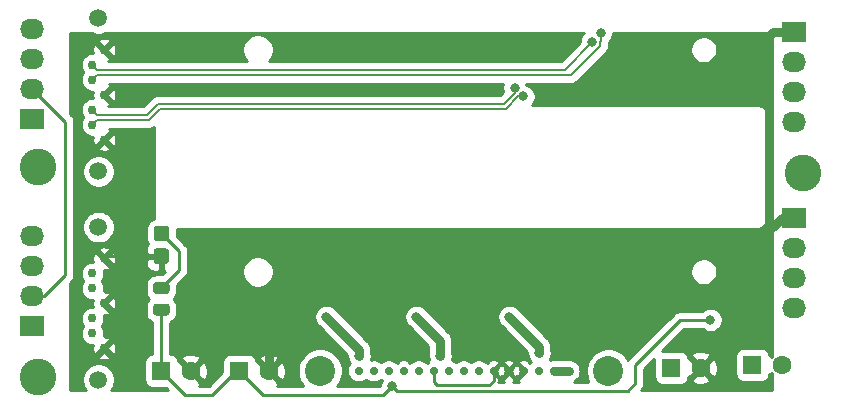
<source format=gbr>
%TF.GenerationSoftware,KiCad,Pcbnew,(5.1.10)-1*%
%TF.CreationDate,2021-07-14T07:55:42+08:00*%
%TF.ProjectId,2.5_SAS_Backend,322e355f-5341-4535-9f42-61636b656e64,rev?*%
%TF.SameCoordinates,Original*%
%TF.FileFunction,Copper,L1,Top*%
%TF.FilePolarity,Positive*%
%FSLAX46Y46*%
G04 Gerber Fmt 4.6, Leading zero omitted, Abs format (unit mm)*
G04 Created by KiCad (PCBNEW (5.1.10)-1) date 2021-07-14 07:55:42*
%MOMM*%
%LPD*%
G01*
G04 APERTURE LIST*
%TA.AperFunction,ComponentPad*%
%ADD10C,1.600000*%
%TD*%
%TA.AperFunction,ComponentPad*%
%ADD11R,1.600000X1.600000*%
%TD*%
%TA.AperFunction,ComponentPad*%
%ADD12R,2.030000X1.730000*%
%TD*%
%TA.AperFunction,ComponentPad*%
%ADD13O,2.030000X1.730000*%
%TD*%
%TA.AperFunction,ComponentPad*%
%ADD14C,0.700000*%
%TD*%
%TA.AperFunction,WasherPad*%
%ADD15C,2.540000*%
%TD*%
%TA.AperFunction,WasherPad*%
%ADD16C,1.500000*%
%TD*%
%TA.AperFunction,ComponentPad*%
%ADD17C,0.750000*%
%TD*%
%TA.AperFunction,ViaPad*%
%ADD18C,3.100000*%
%TD*%
%TA.AperFunction,ViaPad*%
%ADD19C,0.800000*%
%TD*%
%TA.AperFunction,Conductor*%
%ADD20C,0.750000*%
%TD*%
%TA.AperFunction,Conductor*%
%ADD21C,0.250000*%
%TD*%
%TA.AperFunction,Conductor*%
%ADD22C,0.200000*%
%TD*%
%TA.AperFunction,Conductor*%
%ADD23C,0.254000*%
%TD*%
%TA.AperFunction,Conductor*%
%ADD24C,0.100000*%
%TD*%
G04 APERTURE END LIST*
D10*
%TO.P,C1,2*%
%TO.N,GND*%
X47204000Y-64262000D03*
D11*
%TO.P,C1,1*%
%TO.N,+5V*%
X44704000Y-64262000D03*
%TD*%
D12*
%TO.P,M4,1*%
%TO.N,GND*%
X33782000Y-60452000D03*
D13*
%TO.P,M4,2*%
%TO.N,+12V*%
X33782000Y-57912000D03*
%TO.P,M4,3*%
%TO.N,N/C*%
X33782000Y-55372000D03*
%TO.P,M4,4*%
X33782000Y-52832000D03*
%TD*%
D12*
%TO.P,M3,1*%
%TO.N,GND*%
X33782000Y-42926000D03*
D13*
%TO.P,M3,2*%
%TO.N,+12V*%
X33782000Y-40386000D03*
%TO.P,M3,3*%
%TO.N,N/C*%
X33782000Y-37846000D03*
%TO.P,M3,4*%
X33782000Y-35306000D03*
%TD*%
D12*
%TO.P,M2,1*%
%TO.N,GND*%
X98298000Y-35560000D03*
D13*
%TO.P,M2,2*%
%TO.N,+5V*%
X98298000Y-38100000D03*
%TO.P,M2,3*%
%TO.N,N/C*%
X98298000Y-40640000D03*
%TO.P,M2,4*%
X98298000Y-43180000D03*
%TD*%
D12*
%TO.P,M1,1*%
%TO.N,GND*%
X98298000Y-51308000D03*
D13*
%TO.P,M1,2*%
%TO.N,+5V*%
X98298000Y-53848000D03*
%TO.P,M1,3*%
%TO.N,N/C*%
X98298000Y-56388000D03*
%TO.P,M1,4*%
X98298000Y-58928000D03*
%TD*%
%TO.P,R1,2*%
%TO.N,Net-(D1-Pad2)*%
%TA.AperFunction,SMDPad,CuDef*%
G36*
G01*
X45154001Y-57766000D02*
X44253999Y-57766000D01*
G75*
G02*
X44004000Y-57516001I0J249999D01*
G01*
X44004000Y-56990999D01*
G75*
G02*
X44253999Y-56741000I249999J0D01*
G01*
X45154001Y-56741000D01*
G75*
G02*
X45404000Y-56990999I0J-249999D01*
G01*
X45404000Y-57516001D01*
G75*
G02*
X45154001Y-57766000I-249999J0D01*
G01*
G37*
%TD.AperFunction*%
%TO.P,R1,1*%
%TO.N,+5V*%
%TA.AperFunction,SMDPad,CuDef*%
G36*
G01*
X45154001Y-59591000D02*
X44253999Y-59591000D01*
G75*
G02*
X44004000Y-59341001I0J249999D01*
G01*
X44004000Y-58815999D01*
G75*
G02*
X44253999Y-58566000I249999J0D01*
G01*
X45154001Y-58566000D01*
G75*
G02*
X45404000Y-58815999I0J-249999D01*
G01*
X45404000Y-59341001D01*
G75*
G02*
X45154001Y-59591000I-249999J0D01*
G01*
G37*
%TD.AperFunction*%
%TD*%
%TO.P,D1,2*%
%TO.N,Net-(D1-Pad2)*%
%TA.AperFunction,SMDPad,CuDef*%
G36*
G01*
X45104000Y-53294000D02*
X44304000Y-53294000D01*
G75*
G02*
X44054000Y-53044000I0J250000D01*
G01*
X44054000Y-52219000D01*
G75*
G02*
X44304000Y-51969000I250000J0D01*
G01*
X45104000Y-51969000D01*
G75*
G02*
X45354000Y-52219000I0J-250000D01*
G01*
X45354000Y-53044000D01*
G75*
G02*
X45104000Y-53294000I-250000J0D01*
G01*
G37*
%TD.AperFunction*%
%TO.P,D1,1*%
%TO.N,GND*%
%TA.AperFunction,SMDPad,CuDef*%
G36*
G01*
X45104000Y-55219000D02*
X44304000Y-55219000D01*
G75*
G02*
X44054000Y-54969000I0J250000D01*
G01*
X44054000Y-54144000D01*
G75*
G02*
X44304000Y-53894000I250000J0D01*
G01*
X45104000Y-53894000D01*
G75*
G02*
X45354000Y-54144000I0J-250000D01*
G01*
X45354000Y-54969000D01*
G75*
G02*
X45104000Y-55219000I-250000J0D01*
G01*
G37*
%TD.AperFunction*%
%TD*%
D10*
%TO.P,C4,2*%
%TO.N,GND*%
X97242000Y-63754000D03*
D11*
%TO.P,C4,1*%
%TO.N,+12V*%
X94742000Y-63754000D03*
%TD*%
D10*
%TO.P,C3,2*%
%TO.N,GND*%
X90384000Y-64008000D03*
D11*
%TO.P,C3,1*%
%TO.N,+12V*%
X87884000Y-64008000D03*
%TD*%
D10*
%TO.P,C2,2*%
%TO.N,GND*%
X53808000Y-64262000D03*
D11*
%TO.P,C2,1*%
%TO.N,+5V*%
X51308000Y-64262000D03*
%TD*%
D14*
%TO.P,U2,14*%
%TO.N,+12V*%
X62680000Y-64262000D03*
%TO.P,U2,13*%
X63950000Y-64262000D03*
%TO.P,U2,15*%
X61410000Y-64262000D03*
%TO.P,U2,10*%
%TO.N,GND*%
X67760000Y-64262000D03*
%TO.P,U2,12*%
X65220000Y-64262000D03*
%TO.P,U2,11*%
%TO.N,N/C*%
X66490000Y-64262000D03*
%TO.P,U2,9*%
%TO.N,+5V*%
X69030000Y-64262000D03*
%TO.P,U2,8*%
X70300000Y-64262000D03*
%TO.P,U2,7*%
X71570000Y-64262000D03*
%TO.P,U2,6*%
%TO.N,GND*%
X72840000Y-64262000D03*
%TO.P,U2,5*%
X74110000Y-64262000D03*
%TO.P,U2,4*%
X75380000Y-64262000D03*
%TO.P,U2,3*%
%TO.N,N/C*%
X76650000Y-64262000D03*
%TO.P,U2,2*%
%TO.N,+3V3*%
X77920000Y-64262000D03*
%TO.P,U2,1*%
X79190000Y-64262000D03*
D15*
%TO.P,U2,*%
%TO.N,*%
X58140600Y-64262000D03*
X82550000Y-64262000D03*
%TD*%
D16*
%TO.P,U5,*%
%TO.N,*%
X39370000Y-52084000D03*
X39370000Y-65024000D03*
D17*
%TO.P,U5,7*%
%TO.N,GND*%
X39870000Y-54744000D03*
%TO.P,U5,6*%
%TO.N,/S2_RXD_P*%
X38870000Y-56014000D03*
%TO.P,U5,5*%
%TO.N,/S2_RXD_N*%
X38870000Y-57284000D03*
%TO.P,U5,4*%
%TO.N,GND*%
X39870000Y-58554000D03*
%TO.P,U5,3*%
%TO.N,/S2_TXD_N*%
X38870000Y-59824000D03*
%TO.P,U5,2*%
%TO.N,/S2_TXD_P*%
X38870000Y-61094000D03*
%TO.P,U5,1*%
%TO.N,GND*%
X39870000Y-62364000D03*
%TD*%
D16*
%TO.P,U3,*%
%TO.N,*%
X39370000Y-34424000D03*
X39370000Y-47364000D03*
D17*
%TO.P,U3,7*%
%TO.N,GND*%
X39870000Y-37084000D03*
%TO.P,U3,6*%
%TO.N,/S1_RXD_P*%
X38870000Y-38354000D03*
%TO.P,U3,5*%
%TO.N,/S1_RXD_N*%
X38870000Y-39624000D03*
%TO.P,U3,4*%
%TO.N,GND*%
X39870000Y-40894000D03*
%TO.P,U3,3*%
%TO.N,/S1_TXD_N*%
X38870000Y-42164000D03*
%TO.P,U3,2*%
%TO.N,/S1_TXD_P*%
X38870000Y-43434000D03*
%TO.P,U3,1*%
%TO.N,GND*%
X39870000Y-44704000D03*
%TD*%
D18*
%TO.N,*%
X34290000Y-46990000D03*
X99060000Y-47498000D03*
X34290000Y-64770000D03*
D19*
%TO.N,+12V*%
X61468000Y-62992000D03*
X58674000Y-59690000D03*
%TO.N,GND*%
X58420000Y-55118000D03*
X65532000Y-53848000D03*
X76200000Y-55626000D03*
X77724000Y-57150000D03*
X64516000Y-62738000D03*
%TO.N,+5V*%
X68326000Y-62992000D03*
X66294000Y-59690000D03*
X64262000Y-65532000D03*
X91186000Y-59944000D03*
%TO.N,+3V3*%
X76708000Y-62738000D03*
X74168000Y-59690000D03*
%TO.N,/S1_TXD_P*%
X75347319Y-41033135D03*
%TO.N,/S1_TXD_N*%
X74604855Y-40290671D03*
%TO.N,/S1_RXD_N*%
X81905232Y-35696768D03*
%TO.N,/S1_RXD_P*%
X81162768Y-36439232D03*
%TD*%
D20*
%TO.N,+12V*%
X61468000Y-62484000D02*
X58674000Y-59690000D01*
X61468000Y-62992000D02*
X61468000Y-62484000D01*
D21*
X33782000Y-57912000D02*
X34798000Y-57912000D01*
X34798000Y-57912000D02*
X36576000Y-56134000D01*
X36576000Y-43180000D02*
X33782000Y-40386000D01*
X36576000Y-56134000D02*
X36576000Y-43180000D01*
D20*
%TO.N,GND*%
X53808000Y-59730000D02*
X53808000Y-64262000D01*
X58420000Y-55118000D02*
X53808000Y-59730000D01*
X64262000Y-55118000D02*
X58420000Y-55118000D01*
X65532000Y-53848000D02*
X64262000Y-55118000D01*
D21*
X76200000Y-55626000D02*
X77724000Y-57150000D01*
X72840000Y-64262000D02*
X72840000Y-65082000D01*
X72840000Y-65082000D02*
X72440011Y-65481989D01*
X72440011Y-65481989D02*
X68021989Y-65481989D01*
X67760000Y-65220000D02*
X67760000Y-64262000D01*
X68021989Y-65481989D02*
X67760000Y-65220000D01*
D20*
X64516000Y-54864000D02*
X65532000Y-53848000D01*
X64516000Y-62738000D02*
X64516000Y-54864000D01*
D21*
X40057500Y-54556500D02*
X39870000Y-54744000D01*
X44704000Y-54556500D02*
X40057500Y-54556500D01*
D20*
X96520000Y-35560000D02*
X95250000Y-36830000D01*
X98298000Y-35560000D02*
X96520000Y-35560000D01*
X97282000Y-51308000D02*
X96520000Y-52070000D01*
X98298000Y-51308000D02*
X97282000Y-51308000D01*
D21*
X96520000Y-52070000D02*
X95250000Y-53340000D01*
D20*
%TO.N,+5V*%
X68326000Y-61722000D02*
X66294000Y-59690000D01*
X68326000Y-62992000D02*
X68326000Y-61722000D01*
D21*
X64262000Y-65532000D02*
X63500000Y-66294000D01*
X53340000Y-66294000D02*
X51308000Y-64262000D01*
X63500000Y-66294000D02*
X53340000Y-66294000D01*
X51308000Y-64262000D02*
X51054000Y-64262000D01*
X51054000Y-64262000D02*
X49022000Y-66294000D01*
X46736000Y-66294000D02*
X44704000Y-64262000D01*
X49022000Y-66294000D02*
X46736000Y-66294000D01*
X44704000Y-64262000D02*
X44704000Y-59078500D01*
X91186000Y-59944000D02*
X88646000Y-59944000D01*
X88646000Y-59944000D02*
X84836000Y-63754000D01*
X84836000Y-63754000D02*
X84836000Y-65278000D01*
X64661999Y-65931999D02*
X64262000Y-65532000D01*
X84182001Y-65931999D02*
X64661999Y-65931999D01*
X84836000Y-65278000D02*
X84182001Y-65931999D01*
D20*
%TO.N,+3V3*%
X76708000Y-62230000D02*
X74168000Y-59690000D01*
X76708000Y-62738000D02*
X76708000Y-62230000D01*
X79190000Y-64262000D02*
X77920000Y-64262000D01*
D21*
%TO.N,Net-(D1-Pad2)*%
X44704000Y-57253500D02*
X46228000Y-55729500D01*
X46228000Y-54155500D02*
X44704000Y-52631500D01*
X46228000Y-55729500D02*
X46228000Y-54155500D01*
D22*
%TO.N,/S1_TXD_P*%
X44569377Y-42092990D02*
X43638367Y-43024000D01*
X39280000Y-43024000D02*
X38870000Y-43434000D01*
X73863199Y-42092990D02*
X44569377Y-42092990D01*
X74923054Y-41033135D02*
X73863199Y-42092990D01*
X43638367Y-43024000D02*
X39280000Y-43024000D01*
X75347319Y-41033135D02*
X74923054Y-41033135D01*
%TO.N,/S1_TXD_N*%
X44382985Y-41642999D02*
X43451984Y-42574000D01*
X74604855Y-40290671D02*
X74604855Y-40714936D01*
X74604855Y-40714936D02*
X73676792Y-41642999D01*
X43451984Y-42574000D02*
X39280000Y-42574000D01*
X73676792Y-41642999D02*
X44382985Y-41642999D01*
X39280000Y-42574000D02*
X38870000Y-42164000D01*
%TO.N,/S1_RXD_N*%
X79424002Y-39214000D02*
X39280000Y-39214000D01*
X81862769Y-36775233D02*
X79424002Y-39214000D01*
X81862769Y-36375629D02*
X81862769Y-36775233D01*
X81905232Y-36333166D02*
X81862769Y-36375629D01*
X81905232Y-35696768D02*
X81905232Y-36333166D01*
X39280000Y-39214000D02*
X38870000Y-39624000D01*
%TO.N,/S1_RXD_P*%
X39280000Y-38764000D02*
X38870000Y-38354000D01*
X78838000Y-38764000D02*
X39280000Y-38764000D01*
X81162768Y-36439232D02*
X78838000Y-38764000D01*
%TD*%
D23*
%TO.N,GND*%
X38966011Y-35755775D02*
X39233589Y-35809000D01*
X39506411Y-35809000D01*
X39773989Y-35755775D01*
X39940027Y-35687000D01*
X80451289Y-35687000D01*
X80358831Y-35779458D01*
X80245563Y-35948976D01*
X80167542Y-36137334D01*
X80127768Y-36337293D01*
X80127768Y-36434785D01*
X78533554Y-38029000D01*
X53822975Y-38029000D01*
X53916962Y-37935013D01*
X54063061Y-37716359D01*
X54163696Y-37473405D01*
X54215000Y-37215486D01*
X54215000Y-36952514D01*
X54163696Y-36694595D01*
X54063061Y-36451641D01*
X53916962Y-36232987D01*
X53731013Y-36047038D01*
X53512359Y-35900939D01*
X53269405Y-35800304D01*
X53011486Y-35749000D01*
X52748514Y-35749000D01*
X52490595Y-35800304D01*
X52247641Y-35900939D01*
X52028987Y-36047038D01*
X51843038Y-36232987D01*
X51696939Y-36451641D01*
X51596304Y-36694595D01*
X51545000Y-36952514D01*
X51545000Y-37215486D01*
X51596304Y-37473405D01*
X51696939Y-37716359D01*
X51843038Y-37935013D01*
X51937025Y-38029000D01*
X40227016Y-38029000D01*
X40337659Y-37984715D01*
X40359101Y-37973255D01*
X40378880Y-37772485D01*
X39870000Y-37263605D01*
X39855858Y-37277748D01*
X39676253Y-37098143D01*
X39690395Y-37084000D01*
X40049605Y-37084000D01*
X40558485Y-37592880D01*
X40759255Y-37573101D01*
X40837587Y-37390218D01*
X40878735Y-37195567D01*
X40881118Y-36996628D01*
X40844644Y-36801048D01*
X40770715Y-36616341D01*
X40759255Y-36594899D01*
X40558485Y-36575120D01*
X40049605Y-37084000D01*
X39690395Y-37084000D01*
X39181515Y-36575120D01*
X38980745Y-36594899D01*
X38902413Y-36777782D01*
X38861265Y-36972433D01*
X38858882Y-37171372D01*
X38891076Y-37344000D01*
X38770524Y-37344000D01*
X38575394Y-37382814D01*
X38391586Y-37458950D01*
X38226163Y-37569482D01*
X38085482Y-37710163D01*
X37974950Y-37875586D01*
X37898814Y-38059394D01*
X37860000Y-38254524D01*
X37860000Y-38453476D01*
X37898814Y-38648606D01*
X37974950Y-38832414D01*
X38079577Y-38989000D01*
X37974950Y-39145586D01*
X37898814Y-39329394D01*
X37860000Y-39524524D01*
X37860000Y-39723476D01*
X37898814Y-39918606D01*
X37974950Y-40102414D01*
X38085482Y-40267837D01*
X38226163Y-40408518D01*
X38391586Y-40519050D01*
X38575394Y-40595186D01*
X38770524Y-40634000D01*
X38892643Y-40634000D01*
X38861265Y-40782433D01*
X38858882Y-40981372D01*
X38891076Y-41154000D01*
X38770524Y-41154000D01*
X38575394Y-41192814D01*
X38391586Y-41268950D01*
X38226163Y-41379482D01*
X38085482Y-41520163D01*
X37974950Y-41685586D01*
X37898814Y-41869394D01*
X37860000Y-42064524D01*
X37860000Y-42263476D01*
X37898814Y-42458606D01*
X37974950Y-42642414D01*
X38079577Y-42799000D01*
X37974950Y-42955586D01*
X37898814Y-43139394D01*
X37860000Y-43334524D01*
X37860000Y-43533476D01*
X37898814Y-43728606D01*
X37974950Y-43912414D01*
X38085482Y-44077837D01*
X38226163Y-44218518D01*
X38391586Y-44329050D01*
X38575394Y-44405186D01*
X38770524Y-44444000D01*
X38892643Y-44444000D01*
X38861265Y-44592433D01*
X38858882Y-44791372D01*
X38895356Y-44986952D01*
X38969285Y-45171659D01*
X38980745Y-45193101D01*
X39181515Y-45212880D01*
X39690395Y-44704000D01*
X40049605Y-44704000D01*
X40558485Y-45212880D01*
X40759255Y-45193101D01*
X40837587Y-45010218D01*
X40878735Y-44815567D01*
X40881118Y-44616628D01*
X40844644Y-44421048D01*
X40770715Y-44236341D01*
X40759255Y-44214899D01*
X40558485Y-44195120D01*
X40049605Y-44704000D01*
X39690395Y-44704000D01*
X39676253Y-44689858D01*
X39855858Y-44510253D01*
X39870000Y-44524395D01*
X40378880Y-44015515D01*
X40359101Y-43814745D01*
X40228952Y-43759000D01*
X43602262Y-43759000D01*
X43638367Y-43762556D01*
X43674472Y-43759000D01*
X43782452Y-43748365D01*
X43921000Y-43706337D01*
X44044000Y-43640592D01*
X44044001Y-51374306D01*
X43964150Y-51398528D01*
X43810614Y-51480595D01*
X43676038Y-51591038D01*
X43565595Y-51725614D01*
X43483528Y-51879150D01*
X43432992Y-52045746D01*
X43415928Y-52219000D01*
X43415928Y-53044000D01*
X43432992Y-53217254D01*
X43483528Y-53383850D01*
X43549664Y-53507580D01*
X43523463Y-53539506D01*
X43464498Y-53649820D01*
X43428188Y-53769518D01*
X43415928Y-53894000D01*
X43419000Y-54270750D01*
X43577750Y-54429500D01*
X44577000Y-54429500D01*
X44577000Y-54409500D01*
X44831000Y-54409500D01*
X44831000Y-54429500D01*
X44851000Y-54429500D01*
X44851000Y-54683500D01*
X44831000Y-54683500D01*
X44831000Y-55695250D01*
X44989750Y-55854000D01*
X45028372Y-55854326D01*
X44779770Y-56102928D01*
X44253999Y-56102928D01*
X44080745Y-56119992D01*
X43914149Y-56170528D01*
X43760613Y-56252595D01*
X43626038Y-56363038D01*
X43515595Y-56497613D01*
X43433528Y-56651149D01*
X43382992Y-56817745D01*
X43365928Y-56990999D01*
X43365928Y-57516001D01*
X43382992Y-57689255D01*
X43433528Y-57855851D01*
X43515595Y-58009387D01*
X43626038Y-58143962D01*
X43652891Y-58166000D01*
X43626038Y-58188038D01*
X43515595Y-58322613D01*
X43433528Y-58476149D01*
X43382992Y-58642745D01*
X43365928Y-58815999D01*
X43365928Y-59341001D01*
X43382992Y-59514255D01*
X43433528Y-59680851D01*
X43515595Y-59834387D01*
X43626038Y-59968962D01*
X43760613Y-60079405D01*
X43914149Y-60161472D01*
X43944001Y-60170527D01*
X43944000Y-62823928D01*
X43904000Y-62823928D01*
X43779518Y-62836188D01*
X43659820Y-62872498D01*
X43549506Y-62931463D01*
X43452815Y-63010815D01*
X43373463Y-63107506D01*
X43314498Y-63217820D01*
X43278188Y-63337518D01*
X43265928Y-63462000D01*
X43265928Y-65062000D01*
X43278188Y-65186482D01*
X43314498Y-65306180D01*
X43373463Y-65416494D01*
X43452815Y-65513185D01*
X43549506Y-65592537D01*
X43659820Y-65651502D01*
X43779518Y-65687812D01*
X43904000Y-65700072D01*
X45067271Y-65700072D01*
X45280199Y-65913000D01*
X40439685Y-65913000D01*
X40445799Y-65906886D01*
X40597371Y-65680043D01*
X40701775Y-65427989D01*
X40755000Y-65160411D01*
X40755000Y-64887589D01*
X40701775Y-64620011D01*
X40597371Y-64367957D01*
X40445799Y-64141114D01*
X40252886Y-63948201D01*
X40026043Y-63796629D01*
X39773989Y-63692225D01*
X39506411Y-63639000D01*
X39233589Y-63639000D01*
X38966011Y-63692225D01*
X38713957Y-63796629D01*
X38487114Y-63948201D01*
X38294201Y-64141114D01*
X38142629Y-64367957D01*
X38038225Y-64620011D01*
X37985000Y-64887589D01*
X37985000Y-65160411D01*
X38038225Y-65427989D01*
X38142629Y-65680043D01*
X38294201Y-65906886D01*
X38300315Y-65913000D01*
X36957000Y-65913000D01*
X36957000Y-63052485D01*
X39361120Y-63052485D01*
X39380899Y-63253255D01*
X39563782Y-63331587D01*
X39758433Y-63372735D01*
X39957372Y-63375118D01*
X40152952Y-63338644D01*
X40337659Y-63264715D01*
X40359101Y-63253255D01*
X40378880Y-63052485D01*
X39870000Y-62543605D01*
X39361120Y-63052485D01*
X36957000Y-63052485D01*
X36957000Y-56827802D01*
X37087004Y-56697798D01*
X37116001Y-56674001D01*
X37210974Y-56558276D01*
X37281546Y-56426247D01*
X37325003Y-56282986D01*
X37336000Y-56171333D01*
X37336000Y-56171325D01*
X37339676Y-56134000D01*
X37336000Y-56096675D01*
X37336000Y-55914524D01*
X37860000Y-55914524D01*
X37860000Y-56113476D01*
X37898814Y-56308606D01*
X37974950Y-56492414D01*
X38079577Y-56649000D01*
X37974950Y-56805586D01*
X37898814Y-56989394D01*
X37860000Y-57184524D01*
X37860000Y-57383476D01*
X37898814Y-57578606D01*
X37974950Y-57762414D01*
X38085482Y-57927837D01*
X38226163Y-58068518D01*
X38391586Y-58179050D01*
X38575394Y-58255186D01*
X38770524Y-58294000D01*
X38892643Y-58294000D01*
X38861265Y-58442433D01*
X38858882Y-58641372D01*
X38891076Y-58814000D01*
X38770524Y-58814000D01*
X38575394Y-58852814D01*
X38391586Y-58928950D01*
X38226163Y-59039482D01*
X38085482Y-59180163D01*
X37974950Y-59345586D01*
X37898814Y-59529394D01*
X37860000Y-59724524D01*
X37860000Y-59923476D01*
X37898814Y-60118606D01*
X37974950Y-60302414D01*
X38079577Y-60459000D01*
X37974950Y-60615586D01*
X37898814Y-60799394D01*
X37860000Y-60994524D01*
X37860000Y-61193476D01*
X37898814Y-61388606D01*
X37974950Y-61572414D01*
X38085482Y-61737837D01*
X38226163Y-61878518D01*
X38391586Y-61989050D01*
X38575394Y-62065186D01*
X38770524Y-62104000D01*
X38892643Y-62104000D01*
X38861265Y-62252433D01*
X38858882Y-62451372D01*
X38895356Y-62646952D01*
X38969285Y-62831659D01*
X38980745Y-62853101D01*
X39181515Y-62872880D01*
X39690395Y-62364000D01*
X40049605Y-62364000D01*
X40558485Y-62872880D01*
X40759255Y-62853101D01*
X40837587Y-62670218D01*
X40878735Y-62475567D01*
X40881118Y-62276628D01*
X40844644Y-62081048D01*
X40770715Y-61896341D01*
X40759255Y-61874899D01*
X40558485Y-61855120D01*
X40049605Y-62364000D01*
X39690395Y-62364000D01*
X39676253Y-62349858D01*
X39855858Y-62170253D01*
X39870000Y-62184395D01*
X40378880Y-61675515D01*
X40359101Y-61474745D01*
X40176218Y-61396413D01*
X39981567Y-61355265D01*
X39848136Y-61353667D01*
X39880000Y-61193476D01*
X39880000Y-60994524D01*
X39841186Y-60799394D01*
X39765050Y-60615586D01*
X39660423Y-60459000D01*
X39765050Y-60302414D01*
X39841186Y-60118606D01*
X39880000Y-59923476D01*
X39880000Y-59724524D01*
X39848031Y-59563808D01*
X39957372Y-59565118D01*
X40152952Y-59528644D01*
X40337659Y-59454715D01*
X40359101Y-59443255D01*
X40378880Y-59242485D01*
X39870000Y-58733605D01*
X39855858Y-58747748D01*
X39676253Y-58568143D01*
X39690395Y-58554000D01*
X40049605Y-58554000D01*
X40558485Y-59062880D01*
X40759255Y-59043101D01*
X40837587Y-58860218D01*
X40878735Y-58665567D01*
X40881118Y-58466628D01*
X40844644Y-58271048D01*
X40770715Y-58086341D01*
X40759255Y-58064899D01*
X40558485Y-58045120D01*
X40049605Y-58554000D01*
X39690395Y-58554000D01*
X39676253Y-58539858D01*
X39855858Y-58360253D01*
X39870000Y-58374395D01*
X40378880Y-57865515D01*
X40359101Y-57664745D01*
X40176218Y-57586413D01*
X39981567Y-57545265D01*
X39848136Y-57543667D01*
X39880000Y-57383476D01*
X39880000Y-57184524D01*
X39841186Y-56989394D01*
X39765050Y-56805586D01*
X39660423Y-56649000D01*
X39765050Y-56492414D01*
X39841186Y-56308606D01*
X39880000Y-56113476D01*
X39880000Y-55914524D01*
X39848031Y-55753808D01*
X39957372Y-55755118D01*
X40152952Y-55718644D01*
X40337659Y-55644715D01*
X40359101Y-55633255D01*
X40378880Y-55432485D01*
X39870000Y-54923605D01*
X39855858Y-54937748D01*
X39676253Y-54758143D01*
X39690395Y-54744000D01*
X40049605Y-54744000D01*
X40558485Y-55252880D01*
X40759255Y-55233101D01*
X40765294Y-55219000D01*
X43415928Y-55219000D01*
X43428188Y-55343482D01*
X43464498Y-55463180D01*
X43523463Y-55573494D01*
X43602815Y-55670185D01*
X43699506Y-55749537D01*
X43809820Y-55808502D01*
X43929518Y-55844812D01*
X44054000Y-55857072D01*
X44418250Y-55854000D01*
X44577000Y-55695250D01*
X44577000Y-54683500D01*
X43577750Y-54683500D01*
X43419000Y-54842250D01*
X43415928Y-55219000D01*
X40765294Y-55219000D01*
X40837587Y-55050218D01*
X40878735Y-54855567D01*
X40881118Y-54656628D01*
X40844644Y-54461048D01*
X40770715Y-54276341D01*
X40759255Y-54254899D01*
X40558485Y-54235120D01*
X40049605Y-54744000D01*
X39690395Y-54744000D01*
X39181515Y-54235120D01*
X38980745Y-54254899D01*
X38902413Y-54437782D01*
X38861265Y-54632433D01*
X38858882Y-54831372D01*
X38891076Y-55004000D01*
X38770524Y-55004000D01*
X38575394Y-55042814D01*
X38391586Y-55118950D01*
X38226163Y-55229482D01*
X38085482Y-55370163D01*
X37974950Y-55535586D01*
X37898814Y-55719394D01*
X37860000Y-55914524D01*
X37336000Y-55914524D01*
X37336000Y-54055515D01*
X39361120Y-54055515D01*
X39870000Y-54564395D01*
X40378880Y-54055515D01*
X40359101Y-53854745D01*
X40176218Y-53776413D01*
X39981567Y-53735265D01*
X39782628Y-53732882D01*
X39587048Y-53769356D01*
X39402341Y-53843285D01*
X39380899Y-53854745D01*
X39361120Y-54055515D01*
X37336000Y-54055515D01*
X37336000Y-51947589D01*
X37985000Y-51947589D01*
X37985000Y-52220411D01*
X38038225Y-52487989D01*
X38142629Y-52740043D01*
X38294201Y-52966886D01*
X38487114Y-53159799D01*
X38713957Y-53311371D01*
X38966011Y-53415775D01*
X39233589Y-53469000D01*
X39506411Y-53469000D01*
X39773989Y-53415775D01*
X40026043Y-53311371D01*
X40252886Y-53159799D01*
X40445799Y-52966886D01*
X40597371Y-52740043D01*
X40701775Y-52487989D01*
X40755000Y-52220411D01*
X40755000Y-51947589D01*
X40701775Y-51680011D01*
X40597371Y-51427957D01*
X40445799Y-51201114D01*
X40252886Y-51008201D01*
X40026043Y-50856629D01*
X39773989Y-50752225D01*
X39506411Y-50699000D01*
X39233589Y-50699000D01*
X38966011Y-50752225D01*
X38713957Y-50856629D01*
X38487114Y-51008201D01*
X38294201Y-51201114D01*
X38142629Y-51427957D01*
X38038225Y-51680011D01*
X37985000Y-51947589D01*
X37336000Y-51947589D01*
X37336000Y-47227589D01*
X37985000Y-47227589D01*
X37985000Y-47500411D01*
X38038225Y-47767989D01*
X38142629Y-48020043D01*
X38294201Y-48246886D01*
X38487114Y-48439799D01*
X38713957Y-48591371D01*
X38966011Y-48695775D01*
X39233589Y-48749000D01*
X39506411Y-48749000D01*
X39773989Y-48695775D01*
X40026043Y-48591371D01*
X40252886Y-48439799D01*
X40445799Y-48246886D01*
X40597371Y-48020043D01*
X40701775Y-47767989D01*
X40755000Y-47500411D01*
X40755000Y-47227589D01*
X40701775Y-46960011D01*
X40597371Y-46707957D01*
X40445799Y-46481114D01*
X40252886Y-46288201D01*
X40026043Y-46136629D01*
X39773989Y-46032225D01*
X39506411Y-45979000D01*
X39233589Y-45979000D01*
X38966011Y-46032225D01*
X38713957Y-46136629D01*
X38487114Y-46288201D01*
X38294201Y-46481114D01*
X38142629Y-46707957D01*
X38038225Y-46960011D01*
X37985000Y-47227589D01*
X37336000Y-47227589D01*
X37336000Y-45392485D01*
X39361120Y-45392485D01*
X39380899Y-45593255D01*
X39563782Y-45671587D01*
X39758433Y-45712735D01*
X39957372Y-45715118D01*
X40152952Y-45678644D01*
X40337659Y-45604715D01*
X40359101Y-45593255D01*
X40378880Y-45392485D01*
X39870000Y-44883605D01*
X39361120Y-45392485D01*
X37336000Y-45392485D01*
X37336000Y-43217325D01*
X37339676Y-43180000D01*
X37336000Y-43142675D01*
X37336000Y-43142667D01*
X37325003Y-43031014D01*
X37281546Y-42887753D01*
X37210974Y-42755724D01*
X37116001Y-42639999D01*
X37087003Y-42616201D01*
X36957000Y-42486198D01*
X36957000Y-36395515D01*
X39361120Y-36395515D01*
X39870000Y-36904395D01*
X40378880Y-36395515D01*
X40359101Y-36194745D01*
X40176218Y-36116413D01*
X39981567Y-36075265D01*
X39782628Y-36072882D01*
X39587048Y-36109356D01*
X39402341Y-36183285D01*
X39380899Y-36194745D01*
X39361120Y-36395515D01*
X36957000Y-36395515D01*
X36957000Y-35687000D01*
X38799973Y-35687000D01*
X38966011Y-35755775D01*
%TA.AperFunction,Conductor*%
D24*
G36*
X38966011Y-35755775D02*
G01*
X39233589Y-35809000D01*
X39506411Y-35809000D01*
X39773989Y-35755775D01*
X39940027Y-35687000D01*
X80451289Y-35687000D01*
X80358831Y-35779458D01*
X80245563Y-35948976D01*
X80167542Y-36137334D01*
X80127768Y-36337293D01*
X80127768Y-36434785D01*
X78533554Y-38029000D01*
X53822975Y-38029000D01*
X53916962Y-37935013D01*
X54063061Y-37716359D01*
X54163696Y-37473405D01*
X54215000Y-37215486D01*
X54215000Y-36952514D01*
X54163696Y-36694595D01*
X54063061Y-36451641D01*
X53916962Y-36232987D01*
X53731013Y-36047038D01*
X53512359Y-35900939D01*
X53269405Y-35800304D01*
X53011486Y-35749000D01*
X52748514Y-35749000D01*
X52490595Y-35800304D01*
X52247641Y-35900939D01*
X52028987Y-36047038D01*
X51843038Y-36232987D01*
X51696939Y-36451641D01*
X51596304Y-36694595D01*
X51545000Y-36952514D01*
X51545000Y-37215486D01*
X51596304Y-37473405D01*
X51696939Y-37716359D01*
X51843038Y-37935013D01*
X51937025Y-38029000D01*
X40227016Y-38029000D01*
X40337659Y-37984715D01*
X40359101Y-37973255D01*
X40378880Y-37772485D01*
X39870000Y-37263605D01*
X39855858Y-37277748D01*
X39676253Y-37098143D01*
X39690395Y-37084000D01*
X40049605Y-37084000D01*
X40558485Y-37592880D01*
X40759255Y-37573101D01*
X40837587Y-37390218D01*
X40878735Y-37195567D01*
X40881118Y-36996628D01*
X40844644Y-36801048D01*
X40770715Y-36616341D01*
X40759255Y-36594899D01*
X40558485Y-36575120D01*
X40049605Y-37084000D01*
X39690395Y-37084000D01*
X39181515Y-36575120D01*
X38980745Y-36594899D01*
X38902413Y-36777782D01*
X38861265Y-36972433D01*
X38858882Y-37171372D01*
X38891076Y-37344000D01*
X38770524Y-37344000D01*
X38575394Y-37382814D01*
X38391586Y-37458950D01*
X38226163Y-37569482D01*
X38085482Y-37710163D01*
X37974950Y-37875586D01*
X37898814Y-38059394D01*
X37860000Y-38254524D01*
X37860000Y-38453476D01*
X37898814Y-38648606D01*
X37974950Y-38832414D01*
X38079577Y-38989000D01*
X37974950Y-39145586D01*
X37898814Y-39329394D01*
X37860000Y-39524524D01*
X37860000Y-39723476D01*
X37898814Y-39918606D01*
X37974950Y-40102414D01*
X38085482Y-40267837D01*
X38226163Y-40408518D01*
X38391586Y-40519050D01*
X38575394Y-40595186D01*
X38770524Y-40634000D01*
X38892643Y-40634000D01*
X38861265Y-40782433D01*
X38858882Y-40981372D01*
X38891076Y-41154000D01*
X38770524Y-41154000D01*
X38575394Y-41192814D01*
X38391586Y-41268950D01*
X38226163Y-41379482D01*
X38085482Y-41520163D01*
X37974950Y-41685586D01*
X37898814Y-41869394D01*
X37860000Y-42064524D01*
X37860000Y-42263476D01*
X37898814Y-42458606D01*
X37974950Y-42642414D01*
X38079577Y-42799000D01*
X37974950Y-42955586D01*
X37898814Y-43139394D01*
X37860000Y-43334524D01*
X37860000Y-43533476D01*
X37898814Y-43728606D01*
X37974950Y-43912414D01*
X38085482Y-44077837D01*
X38226163Y-44218518D01*
X38391586Y-44329050D01*
X38575394Y-44405186D01*
X38770524Y-44444000D01*
X38892643Y-44444000D01*
X38861265Y-44592433D01*
X38858882Y-44791372D01*
X38895356Y-44986952D01*
X38969285Y-45171659D01*
X38980745Y-45193101D01*
X39181515Y-45212880D01*
X39690395Y-44704000D01*
X40049605Y-44704000D01*
X40558485Y-45212880D01*
X40759255Y-45193101D01*
X40837587Y-45010218D01*
X40878735Y-44815567D01*
X40881118Y-44616628D01*
X40844644Y-44421048D01*
X40770715Y-44236341D01*
X40759255Y-44214899D01*
X40558485Y-44195120D01*
X40049605Y-44704000D01*
X39690395Y-44704000D01*
X39676253Y-44689858D01*
X39855858Y-44510253D01*
X39870000Y-44524395D01*
X40378880Y-44015515D01*
X40359101Y-43814745D01*
X40228952Y-43759000D01*
X43602262Y-43759000D01*
X43638367Y-43762556D01*
X43674472Y-43759000D01*
X43782452Y-43748365D01*
X43921000Y-43706337D01*
X44044000Y-43640592D01*
X44044001Y-51374306D01*
X43964150Y-51398528D01*
X43810614Y-51480595D01*
X43676038Y-51591038D01*
X43565595Y-51725614D01*
X43483528Y-51879150D01*
X43432992Y-52045746D01*
X43415928Y-52219000D01*
X43415928Y-53044000D01*
X43432992Y-53217254D01*
X43483528Y-53383850D01*
X43549664Y-53507580D01*
X43523463Y-53539506D01*
X43464498Y-53649820D01*
X43428188Y-53769518D01*
X43415928Y-53894000D01*
X43419000Y-54270750D01*
X43577750Y-54429500D01*
X44577000Y-54429500D01*
X44577000Y-54409500D01*
X44831000Y-54409500D01*
X44831000Y-54429500D01*
X44851000Y-54429500D01*
X44851000Y-54683500D01*
X44831000Y-54683500D01*
X44831000Y-55695250D01*
X44989750Y-55854000D01*
X45028372Y-55854326D01*
X44779770Y-56102928D01*
X44253999Y-56102928D01*
X44080745Y-56119992D01*
X43914149Y-56170528D01*
X43760613Y-56252595D01*
X43626038Y-56363038D01*
X43515595Y-56497613D01*
X43433528Y-56651149D01*
X43382992Y-56817745D01*
X43365928Y-56990999D01*
X43365928Y-57516001D01*
X43382992Y-57689255D01*
X43433528Y-57855851D01*
X43515595Y-58009387D01*
X43626038Y-58143962D01*
X43652891Y-58166000D01*
X43626038Y-58188038D01*
X43515595Y-58322613D01*
X43433528Y-58476149D01*
X43382992Y-58642745D01*
X43365928Y-58815999D01*
X43365928Y-59341001D01*
X43382992Y-59514255D01*
X43433528Y-59680851D01*
X43515595Y-59834387D01*
X43626038Y-59968962D01*
X43760613Y-60079405D01*
X43914149Y-60161472D01*
X43944001Y-60170527D01*
X43944000Y-62823928D01*
X43904000Y-62823928D01*
X43779518Y-62836188D01*
X43659820Y-62872498D01*
X43549506Y-62931463D01*
X43452815Y-63010815D01*
X43373463Y-63107506D01*
X43314498Y-63217820D01*
X43278188Y-63337518D01*
X43265928Y-63462000D01*
X43265928Y-65062000D01*
X43278188Y-65186482D01*
X43314498Y-65306180D01*
X43373463Y-65416494D01*
X43452815Y-65513185D01*
X43549506Y-65592537D01*
X43659820Y-65651502D01*
X43779518Y-65687812D01*
X43904000Y-65700072D01*
X45067271Y-65700072D01*
X45280199Y-65913000D01*
X40439685Y-65913000D01*
X40445799Y-65906886D01*
X40597371Y-65680043D01*
X40701775Y-65427989D01*
X40755000Y-65160411D01*
X40755000Y-64887589D01*
X40701775Y-64620011D01*
X40597371Y-64367957D01*
X40445799Y-64141114D01*
X40252886Y-63948201D01*
X40026043Y-63796629D01*
X39773989Y-63692225D01*
X39506411Y-63639000D01*
X39233589Y-63639000D01*
X38966011Y-63692225D01*
X38713957Y-63796629D01*
X38487114Y-63948201D01*
X38294201Y-64141114D01*
X38142629Y-64367957D01*
X38038225Y-64620011D01*
X37985000Y-64887589D01*
X37985000Y-65160411D01*
X38038225Y-65427989D01*
X38142629Y-65680043D01*
X38294201Y-65906886D01*
X38300315Y-65913000D01*
X36957000Y-65913000D01*
X36957000Y-63052485D01*
X39361120Y-63052485D01*
X39380899Y-63253255D01*
X39563782Y-63331587D01*
X39758433Y-63372735D01*
X39957372Y-63375118D01*
X40152952Y-63338644D01*
X40337659Y-63264715D01*
X40359101Y-63253255D01*
X40378880Y-63052485D01*
X39870000Y-62543605D01*
X39361120Y-63052485D01*
X36957000Y-63052485D01*
X36957000Y-56827802D01*
X37087004Y-56697798D01*
X37116001Y-56674001D01*
X37210974Y-56558276D01*
X37281546Y-56426247D01*
X37325003Y-56282986D01*
X37336000Y-56171333D01*
X37336000Y-56171325D01*
X37339676Y-56134000D01*
X37336000Y-56096675D01*
X37336000Y-55914524D01*
X37860000Y-55914524D01*
X37860000Y-56113476D01*
X37898814Y-56308606D01*
X37974950Y-56492414D01*
X38079577Y-56649000D01*
X37974950Y-56805586D01*
X37898814Y-56989394D01*
X37860000Y-57184524D01*
X37860000Y-57383476D01*
X37898814Y-57578606D01*
X37974950Y-57762414D01*
X38085482Y-57927837D01*
X38226163Y-58068518D01*
X38391586Y-58179050D01*
X38575394Y-58255186D01*
X38770524Y-58294000D01*
X38892643Y-58294000D01*
X38861265Y-58442433D01*
X38858882Y-58641372D01*
X38891076Y-58814000D01*
X38770524Y-58814000D01*
X38575394Y-58852814D01*
X38391586Y-58928950D01*
X38226163Y-59039482D01*
X38085482Y-59180163D01*
X37974950Y-59345586D01*
X37898814Y-59529394D01*
X37860000Y-59724524D01*
X37860000Y-59923476D01*
X37898814Y-60118606D01*
X37974950Y-60302414D01*
X38079577Y-60459000D01*
X37974950Y-60615586D01*
X37898814Y-60799394D01*
X37860000Y-60994524D01*
X37860000Y-61193476D01*
X37898814Y-61388606D01*
X37974950Y-61572414D01*
X38085482Y-61737837D01*
X38226163Y-61878518D01*
X38391586Y-61989050D01*
X38575394Y-62065186D01*
X38770524Y-62104000D01*
X38892643Y-62104000D01*
X38861265Y-62252433D01*
X38858882Y-62451372D01*
X38895356Y-62646952D01*
X38969285Y-62831659D01*
X38980745Y-62853101D01*
X39181515Y-62872880D01*
X39690395Y-62364000D01*
X40049605Y-62364000D01*
X40558485Y-62872880D01*
X40759255Y-62853101D01*
X40837587Y-62670218D01*
X40878735Y-62475567D01*
X40881118Y-62276628D01*
X40844644Y-62081048D01*
X40770715Y-61896341D01*
X40759255Y-61874899D01*
X40558485Y-61855120D01*
X40049605Y-62364000D01*
X39690395Y-62364000D01*
X39676253Y-62349858D01*
X39855858Y-62170253D01*
X39870000Y-62184395D01*
X40378880Y-61675515D01*
X40359101Y-61474745D01*
X40176218Y-61396413D01*
X39981567Y-61355265D01*
X39848136Y-61353667D01*
X39880000Y-61193476D01*
X39880000Y-60994524D01*
X39841186Y-60799394D01*
X39765050Y-60615586D01*
X39660423Y-60459000D01*
X39765050Y-60302414D01*
X39841186Y-60118606D01*
X39880000Y-59923476D01*
X39880000Y-59724524D01*
X39848031Y-59563808D01*
X39957372Y-59565118D01*
X40152952Y-59528644D01*
X40337659Y-59454715D01*
X40359101Y-59443255D01*
X40378880Y-59242485D01*
X39870000Y-58733605D01*
X39855858Y-58747748D01*
X39676253Y-58568143D01*
X39690395Y-58554000D01*
X40049605Y-58554000D01*
X40558485Y-59062880D01*
X40759255Y-59043101D01*
X40837587Y-58860218D01*
X40878735Y-58665567D01*
X40881118Y-58466628D01*
X40844644Y-58271048D01*
X40770715Y-58086341D01*
X40759255Y-58064899D01*
X40558485Y-58045120D01*
X40049605Y-58554000D01*
X39690395Y-58554000D01*
X39676253Y-58539858D01*
X39855858Y-58360253D01*
X39870000Y-58374395D01*
X40378880Y-57865515D01*
X40359101Y-57664745D01*
X40176218Y-57586413D01*
X39981567Y-57545265D01*
X39848136Y-57543667D01*
X39880000Y-57383476D01*
X39880000Y-57184524D01*
X39841186Y-56989394D01*
X39765050Y-56805586D01*
X39660423Y-56649000D01*
X39765050Y-56492414D01*
X39841186Y-56308606D01*
X39880000Y-56113476D01*
X39880000Y-55914524D01*
X39848031Y-55753808D01*
X39957372Y-55755118D01*
X40152952Y-55718644D01*
X40337659Y-55644715D01*
X40359101Y-55633255D01*
X40378880Y-55432485D01*
X39870000Y-54923605D01*
X39855858Y-54937748D01*
X39676253Y-54758143D01*
X39690395Y-54744000D01*
X40049605Y-54744000D01*
X40558485Y-55252880D01*
X40759255Y-55233101D01*
X40765294Y-55219000D01*
X43415928Y-55219000D01*
X43428188Y-55343482D01*
X43464498Y-55463180D01*
X43523463Y-55573494D01*
X43602815Y-55670185D01*
X43699506Y-55749537D01*
X43809820Y-55808502D01*
X43929518Y-55844812D01*
X44054000Y-55857072D01*
X44418250Y-55854000D01*
X44577000Y-55695250D01*
X44577000Y-54683500D01*
X43577750Y-54683500D01*
X43419000Y-54842250D01*
X43415928Y-55219000D01*
X40765294Y-55219000D01*
X40837587Y-55050218D01*
X40878735Y-54855567D01*
X40881118Y-54656628D01*
X40844644Y-54461048D01*
X40770715Y-54276341D01*
X40759255Y-54254899D01*
X40558485Y-54235120D01*
X40049605Y-54744000D01*
X39690395Y-54744000D01*
X39181515Y-54235120D01*
X38980745Y-54254899D01*
X38902413Y-54437782D01*
X38861265Y-54632433D01*
X38858882Y-54831372D01*
X38891076Y-55004000D01*
X38770524Y-55004000D01*
X38575394Y-55042814D01*
X38391586Y-55118950D01*
X38226163Y-55229482D01*
X38085482Y-55370163D01*
X37974950Y-55535586D01*
X37898814Y-55719394D01*
X37860000Y-55914524D01*
X37336000Y-55914524D01*
X37336000Y-54055515D01*
X39361120Y-54055515D01*
X39870000Y-54564395D01*
X40378880Y-54055515D01*
X40359101Y-53854745D01*
X40176218Y-53776413D01*
X39981567Y-53735265D01*
X39782628Y-53732882D01*
X39587048Y-53769356D01*
X39402341Y-53843285D01*
X39380899Y-53854745D01*
X39361120Y-54055515D01*
X37336000Y-54055515D01*
X37336000Y-51947589D01*
X37985000Y-51947589D01*
X37985000Y-52220411D01*
X38038225Y-52487989D01*
X38142629Y-52740043D01*
X38294201Y-52966886D01*
X38487114Y-53159799D01*
X38713957Y-53311371D01*
X38966011Y-53415775D01*
X39233589Y-53469000D01*
X39506411Y-53469000D01*
X39773989Y-53415775D01*
X40026043Y-53311371D01*
X40252886Y-53159799D01*
X40445799Y-52966886D01*
X40597371Y-52740043D01*
X40701775Y-52487989D01*
X40755000Y-52220411D01*
X40755000Y-51947589D01*
X40701775Y-51680011D01*
X40597371Y-51427957D01*
X40445799Y-51201114D01*
X40252886Y-51008201D01*
X40026043Y-50856629D01*
X39773989Y-50752225D01*
X39506411Y-50699000D01*
X39233589Y-50699000D01*
X38966011Y-50752225D01*
X38713957Y-50856629D01*
X38487114Y-51008201D01*
X38294201Y-51201114D01*
X38142629Y-51427957D01*
X38038225Y-51680011D01*
X37985000Y-51947589D01*
X37336000Y-51947589D01*
X37336000Y-47227589D01*
X37985000Y-47227589D01*
X37985000Y-47500411D01*
X38038225Y-47767989D01*
X38142629Y-48020043D01*
X38294201Y-48246886D01*
X38487114Y-48439799D01*
X38713957Y-48591371D01*
X38966011Y-48695775D01*
X39233589Y-48749000D01*
X39506411Y-48749000D01*
X39773989Y-48695775D01*
X40026043Y-48591371D01*
X40252886Y-48439799D01*
X40445799Y-48246886D01*
X40597371Y-48020043D01*
X40701775Y-47767989D01*
X40755000Y-47500411D01*
X40755000Y-47227589D01*
X40701775Y-46960011D01*
X40597371Y-46707957D01*
X40445799Y-46481114D01*
X40252886Y-46288201D01*
X40026043Y-46136629D01*
X39773989Y-46032225D01*
X39506411Y-45979000D01*
X39233589Y-45979000D01*
X38966011Y-46032225D01*
X38713957Y-46136629D01*
X38487114Y-46288201D01*
X38294201Y-46481114D01*
X38142629Y-46707957D01*
X38038225Y-46960011D01*
X37985000Y-47227589D01*
X37336000Y-47227589D01*
X37336000Y-45392485D01*
X39361120Y-45392485D01*
X39380899Y-45593255D01*
X39563782Y-45671587D01*
X39758433Y-45712735D01*
X39957372Y-45715118D01*
X40152952Y-45678644D01*
X40337659Y-45604715D01*
X40359101Y-45593255D01*
X40378880Y-45392485D01*
X39870000Y-44883605D01*
X39361120Y-45392485D01*
X37336000Y-45392485D01*
X37336000Y-43217325D01*
X37339676Y-43180000D01*
X37336000Y-43142675D01*
X37336000Y-43142667D01*
X37325003Y-43031014D01*
X37281546Y-42887753D01*
X37210974Y-42755724D01*
X37116001Y-42639999D01*
X37087003Y-42616201D01*
X36957000Y-42486198D01*
X36957000Y-36395515D01*
X39361120Y-36395515D01*
X39870000Y-36904395D01*
X40378880Y-36395515D01*
X40359101Y-36194745D01*
X40176218Y-36116413D01*
X39981567Y-36075265D01*
X39782628Y-36072882D01*
X39587048Y-36109356D01*
X39402341Y-36183285D01*
X39380899Y-36194745D01*
X39361120Y-36395515D01*
X36957000Y-36395515D01*
X36957000Y-35687000D01*
X38799973Y-35687000D01*
X38966011Y-35755775D01*
G37*
%TD.AperFunction*%
D23*
X96393000Y-63084605D02*
X96249298Y-62940903D01*
X96180072Y-62961215D01*
X96180072Y-62954000D01*
X96167812Y-62829518D01*
X96131502Y-62709820D01*
X96072537Y-62599506D01*
X95993185Y-62502815D01*
X95896494Y-62423463D01*
X95786180Y-62364498D01*
X95666482Y-62328188D01*
X95542000Y-62315928D01*
X93942000Y-62315928D01*
X93817518Y-62328188D01*
X93697820Y-62364498D01*
X93587506Y-62423463D01*
X93490815Y-62502815D01*
X93411463Y-62599506D01*
X93352498Y-62709820D01*
X93316188Y-62829518D01*
X93303928Y-62954000D01*
X93303928Y-64554000D01*
X93316188Y-64678482D01*
X93352498Y-64798180D01*
X93411463Y-64908494D01*
X93490815Y-65005185D01*
X93587506Y-65084537D01*
X93697820Y-65143502D01*
X93817518Y-65179812D01*
X93942000Y-65192072D01*
X95542000Y-65192072D01*
X95666482Y-65179812D01*
X95786180Y-65143502D01*
X95896494Y-65084537D01*
X95993185Y-65005185D01*
X96072537Y-64908494D01*
X96131502Y-64798180D01*
X96167812Y-64678482D01*
X96180072Y-64554000D01*
X96180072Y-64546785D01*
X96249298Y-64567097D01*
X96393000Y-64423395D01*
X96393000Y-65913000D01*
X85275802Y-65913000D01*
X85347002Y-65841800D01*
X85376001Y-65818001D01*
X85470974Y-65702276D01*
X85541546Y-65570247D01*
X85585003Y-65426986D01*
X85596000Y-65315333D01*
X85596000Y-65315324D01*
X85599676Y-65278001D01*
X85596000Y-65240678D01*
X85596000Y-64068801D01*
X86445928Y-63218873D01*
X86445928Y-64808000D01*
X86458188Y-64932482D01*
X86494498Y-65052180D01*
X86553463Y-65162494D01*
X86632815Y-65259185D01*
X86729506Y-65338537D01*
X86839820Y-65397502D01*
X86959518Y-65433812D01*
X87084000Y-65446072D01*
X88684000Y-65446072D01*
X88808482Y-65433812D01*
X88928180Y-65397502D01*
X89038494Y-65338537D01*
X89135185Y-65259185D01*
X89214537Y-65162494D01*
X89273502Y-65052180D01*
X89289117Y-65000702D01*
X89570903Y-65000702D01*
X89642486Y-65244671D01*
X89897996Y-65365571D01*
X90172184Y-65434300D01*
X90454512Y-65448217D01*
X90734130Y-65406787D01*
X91000292Y-65311603D01*
X91125514Y-65244671D01*
X91197097Y-65000702D01*
X90384000Y-64187605D01*
X89570903Y-65000702D01*
X89289117Y-65000702D01*
X89309812Y-64932482D01*
X89322072Y-64808000D01*
X89322072Y-64800785D01*
X89391298Y-64821097D01*
X90204395Y-64008000D01*
X90563605Y-64008000D01*
X91376702Y-64821097D01*
X91620671Y-64749514D01*
X91741571Y-64494004D01*
X91810300Y-64219816D01*
X91824217Y-63937488D01*
X91782787Y-63657870D01*
X91687603Y-63391708D01*
X91620671Y-63266486D01*
X91376702Y-63194903D01*
X90563605Y-64008000D01*
X90204395Y-64008000D01*
X89391298Y-63194903D01*
X89322072Y-63215215D01*
X89322072Y-63208000D01*
X89309812Y-63083518D01*
X89289118Y-63015298D01*
X89570903Y-63015298D01*
X90384000Y-63828395D01*
X91197097Y-63015298D01*
X91125514Y-62771329D01*
X90870004Y-62650429D01*
X90595816Y-62581700D01*
X90313488Y-62567783D01*
X90033870Y-62609213D01*
X89767708Y-62704397D01*
X89642486Y-62771329D01*
X89570903Y-63015298D01*
X89289118Y-63015298D01*
X89273502Y-62963820D01*
X89214537Y-62853506D01*
X89135185Y-62756815D01*
X89038494Y-62677463D01*
X88928180Y-62618498D01*
X88808482Y-62582188D01*
X88684000Y-62569928D01*
X87094873Y-62569928D01*
X88960802Y-60704000D01*
X90482289Y-60704000D01*
X90526226Y-60747937D01*
X90695744Y-60861205D01*
X90884102Y-60939226D01*
X91084061Y-60979000D01*
X91287939Y-60979000D01*
X91487898Y-60939226D01*
X91676256Y-60861205D01*
X91845774Y-60747937D01*
X91989937Y-60603774D01*
X92103205Y-60434256D01*
X92181226Y-60245898D01*
X92221000Y-60045939D01*
X92221000Y-59842061D01*
X92181226Y-59642102D01*
X92103205Y-59453744D01*
X91989937Y-59284226D01*
X91845774Y-59140063D01*
X91676256Y-59026795D01*
X91487898Y-58948774D01*
X91287939Y-58909000D01*
X91084061Y-58909000D01*
X90884102Y-58948774D01*
X90695744Y-59026795D01*
X90526226Y-59140063D01*
X90482289Y-59184000D01*
X88683325Y-59184000D01*
X88646000Y-59180324D01*
X88608675Y-59184000D01*
X88608667Y-59184000D01*
X88497014Y-59194997D01*
X88353753Y-59238454D01*
X88221724Y-59309026D01*
X88105999Y-59403999D01*
X88082201Y-59432997D01*
X84325003Y-63190196D01*
X84295999Y-63213999D01*
X84240871Y-63281174D01*
X84210491Y-63318191D01*
X84029710Y-63047634D01*
X83764366Y-62782290D01*
X83452356Y-62573811D01*
X83105668Y-62430209D01*
X82737626Y-62357000D01*
X82362374Y-62357000D01*
X81994332Y-62430209D01*
X81647644Y-62573811D01*
X81335634Y-62782290D01*
X81070290Y-63047634D01*
X80861811Y-63359644D01*
X80718209Y-63706332D01*
X80645000Y-64074374D01*
X80645000Y-64449626D01*
X80718209Y-64817668D01*
X80861811Y-65164356D01*
X80866918Y-65171999D01*
X79630078Y-65171999D01*
X79753840Y-65105847D01*
X79907633Y-64979633D01*
X80033847Y-64825840D01*
X80127632Y-64650380D01*
X80185385Y-64459994D01*
X80204886Y-64262000D01*
X80185385Y-64064006D01*
X80127632Y-63873620D01*
X80033847Y-63698160D01*
X79907633Y-63544367D01*
X79753840Y-63418153D01*
X79578380Y-63324368D01*
X79387994Y-63266615D01*
X79239608Y-63252000D01*
X77870392Y-63252000D01*
X77722006Y-63266615D01*
X77568450Y-63313196D01*
X77625205Y-63228256D01*
X77703226Y-63039898D01*
X77743000Y-62839939D01*
X77743000Y-62636061D01*
X77718000Y-62510377D01*
X77718000Y-62279604D01*
X77722886Y-62229999D01*
X77711104Y-62110379D01*
X77703385Y-62032007D01*
X77645632Y-61841620D01*
X77551847Y-61666160D01*
X77425633Y-61512367D01*
X77387100Y-61480744D01*
X75043132Y-59136777D01*
X74971937Y-59030226D01*
X74827774Y-58886063D01*
X74658256Y-58772795D01*
X74469898Y-58694774D01*
X74269939Y-58655000D01*
X74066061Y-58655000D01*
X73866102Y-58694774D01*
X73677744Y-58772795D01*
X73508226Y-58886063D01*
X73364063Y-59030226D01*
X73250795Y-59199744D01*
X73172774Y-59388102D01*
X73133000Y-59588061D01*
X73133000Y-59791939D01*
X73172774Y-59991898D01*
X73250795Y-60180256D01*
X73364063Y-60349774D01*
X73508226Y-60493937D01*
X73614777Y-60565132D01*
X75675108Y-62625464D01*
X75673000Y-62636061D01*
X75673000Y-62839939D01*
X75712774Y-63039898D01*
X75790795Y-63228256D01*
X75904063Y-63397774D01*
X75984341Y-63478052D01*
X75870912Y-63591480D01*
X75854216Y-63393233D01*
X75675616Y-63317411D01*
X75485656Y-63277890D01*
X75291636Y-63276187D01*
X75101011Y-63312368D01*
X74921107Y-63385043D01*
X74905784Y-63393233D01*
X74889088Y-63591483D01*
X75380000Y-64082395D01*
X75394143Y-64068253D01*
X75573748Y-64247858D01*
X75559605Y-64262000D01*
X75573748Y-64276143D01*
X75394143Y-64455748D01*
X75380000Y-64441605D01*
X74889088Y-64932517D01*
X74905784Y-65130767D01*
X75002907Y-65171999D01*
X74487099Y-65171999D01*
X74568893Y-65138957D01*
X74584216Y-65130767D01*
X74600912Y-64932517D01*
X74110000Y-64441605D01*
X73619088Y-64932517D01*
X73635784Y-65130767D01*
X73732907Y-65171999D01*
X73217099Y-65171999D01*
X73298893Y-65138957D01*
X73314216Y-65130767D01*
X73330912Y-64932517D01*
X72840000Y-64441605D01*
X72825858Y-64455748D01*
X72646253Y-64276143D01*
X72660395Y-64262000D01*
X73019605Y-64262000D01*
X73127986Y-64370381D01*
X73160368Y-64540989D01*
X73233043Y-64720893D01*
X73241233Y-64736216D01*
X73439483Y-64752912D01*
X73475000Y-64717395D01*
X73510517Y-64752912D01*
X73708767Y-64736216D01*
X73784589Y-64557616D01*
X73823945Y-64368450D01*
X73930395Y-64262000D01*
X74289605Y-64262000D01*
X74397986Y-64370381D01*
X74430368Y-64540989D01*
X74503043Y-64720893D01*
X74511233Y-64736216D01*
X74709483Y-64752912D01*
X74745000Y-64717395D01*
X74780517Y-64752912D01*
X74978767Y-64736216D01*
X75054589Y-64557616D01*
X75093945Y-64368450D01*
X75200395Y-64262000D01*
X75092014Y-64153619D01*
X75059632Y-63983011D01*
X74986957Y-63803107D01*
X74978767Y-63787784D01*
X74780517Y-63771088D01*
X74745000Y-63806605D01*
X74709483Y-63771088D01*
X74511233Y-63787784D01*
X74435411Y-63966384D01*
X74396055Y-64155550D01*
X74289605Y-64262000D01*
X73930395Y-64262000D01*
X73822014Y-64153619D01*
X73789632Y-63983011D01*
X73716957Y-63803107D01*
X73708767Y-63787784D01*
X73510517Y-63771088D01*
X73475000Y-63806605D01*
X73439483Y-63771088D01*
X73241233Y-63787784D01*
X73165411Y-63966384D01*
X73126055Y-64155550D01*
X73019605Y-64262000D01*
X72660395Y-64262000D01*
X72646253Y-64247858D01*
X72825858Y-64068253D01*
X72840000Y-64082395D01*
X73330912Y-63591483D01*
X73619088Y-63591483D01*
X74110000Y-64082395D01*
X74600912Y-63591483D01*
X74584216Y-63393233D01*
X74405616Y-63317411D01*
X74215656Y-63277890D01*
X74021636Y-63276187D01*
X73831011Y-63312368D01*
X73651107Y-63385043D01*
X73635784Y-63393233D01*
X73619088Y-63591483D01*
X73330912Y-63591483D01*
X73314216Y-63393233D01*
X73135616Y-63317411D01*
X72945656Y-63277890D01*
X72751636Y-63276187D01*
X72561011Y-63312368D01*
X72381107Y-63385043D01*
X72365784Y-63393233D01*
X72349088Y-63591480D01*
X72230369Y-63472761D01*
X72202065Y-63501065D01*
X72197901Y-63496901D01*
X72036572Y-63389104D01*
X71857314Y-63314853D01*
X71667014Y-63277000D01*
X71472986Y-63277000D01*
X71282686Y-63314853D01*
X71103428Y-63389104D01*
X70942099Y-63496901D01*
X70935000Y-63504000D01*
X70927901Y-63496901D01*
X70766572Y-63389104D01*
X70587314Y-63314853D01*
X70397014Y-63277000D01*
X70202986Y-63277000D01*
X70012686Y-63314853D01*
X69833428Y-63389104D01*
X69672099Y-63496901D01*
X69665000Y-63504000D01*
X69657901Y-63496901D01*
X69496572Y-63389104D01*
X69317314Y-63314853D01*
X69312909Y-63313977D01*
X69321226Y-63293898D01*
X69361000Y-63093939D01*
X69361000Y-62890061D01*
X69336000Y-62764377D01*
X69336000Y-61771608D01*
X69340886Y-61722000D01*
X69321385Y-61524005D01*
X69263632Y-61333620D01*
X69200289Y-61215114D01*
X69169847Y-61158160D01*
X69043633Y-61004367D01*
X69005100Y-60972744D01*
X67169132Y-59136776D01*
X67097937Y-59030226D01*
X66953774Y-58886063D01*
X66784256Y-58772795D01*
X66595898Y-58694774D01*
X66395939Y-58655000D01*
X66192061Y-58655000D01*
X65992102Y-58694774D01*
X65803744Y-58772795D01*
X65634226Y-58886063D01*
X65490063Y-59030226D01*
X65376795Y-59199744D01*
X65298774Y-59388102D01*
X65259000Y-59588061D01*
X65259000Y-59791939D01*
X65298774Y-59991898D01*
X65376795Y-60180256D01*
X65490063Y-60349774D01*
X65634226Y-60493937D01*
X65740776Y-60565132D01*
X67316001Y-62140357D01*
X67316000Y-62764375D01*
X67291000Y-62890061D01*
X67291000Y-63093939D01*
X67330774Y-63293898D01*
X67358863Y-63361711D01*
X67301107Y-63385043D01*
X67285784Y-63393233D01*
X67269088Y-63591480D01*
X67150369Y-63472761D01*
X67122065Y-63501065D01*
X67117901Y-63496901D01*
X66956572Y-63389104D01*
X66777314Y-63314853D01*
X66587014Y-63277000D01*
X66392986Y-63277000D01*
X66202686Y-63314853D01*
X66023428Y-63389104D01*
X65862099Y-63496901D01*
X65857935Y-63501065D01*
X65829631Y-63472761D01*
X65710912Y-63591480D01*
X65694216Y-63393233D01*
X65515616Y-63317411D01*
X65325656Y-63277890D01*
X65131636Y-63276187D01*
X64941011Y-63312368D01*
X64761107Y-63385043D01*
X64745784Y-63393233D01*
X64729088Y-63591480D01*
X64610369Y-63472761D01*
X64582065Y-63501065D01*
X64577901Y-63496901D01*
X64416572Y-63389104D01*
X64237314Y-63314853D01*
X64047014Y-63277000D01*
X63852986Y-63277000D01*
X63662686Y-63314853D01*
X63483428Y-63389104D01*
X63322099Y-63496901D01*
X63315000Y-63504000D01*
X63307901Y-63496901D01*
X63146572Y-63389104D01*
X62967314Y-63314853D01*
X62777014Y-63277000D01*
X62582986Y-63277000D01*
X62460101Y-63301443D01*
X62463226Y-63293898D01*
X62503000Y-63093939D01*
X62503000Y-62890061D01*
X62478000Y-62764377D01*
X62478000Y-62533608D01*
X62482886Y-62484000D01*
X62463385Y-62286005D01*
X62405632Y-62095620D01*
X62371630Y-62032006D01*
X62311847Y-61920160D01*
X62185633Y-61766367D01*
X62147100Y-61734744D01*
X59549132Y-59136777D01*
X59477937Y-59030226D01*
X59333774Y-58886063D01*
X59164256Y-58772795D01*
X58975898Y-58694774D01*
X58775939Y-58655000D01*
X58572061Y-58655000D01*
X58372102Y-58694774D01*
X58183744Y-58772795D01*
X58014226Y-58886063D01*
X57870063Y-59030226D01*
X57756795Y-59199744D01*
X57678774Y-59388102D01*
X57639000Y-59588061D01*
X57639000Y-59791939D01*
X57678774Y-59991898D01*
X57756795Y-60180256D01*
X57870063Y-60349774D01*
X58014226Y-60493937D01*
X58120777Y-60565132D01*
X60435108Y-62879464D01*
X60433000Y-62890061D01*
X60433000Y-63093939D01*
X60472774Y-63293898D01*
X60550795Y-63482256D01*
X60649308Y-63629692D01*
X60644901Y-63634099D01*
X60537104Y-63795428D01*
X60462853Y-63974686D01*
X60425000Y-64164986D01*
X60425000Y-64359014D01*
X60462853Y-64549314D01*
X60537104Y-64728572D01*
X60644901Y-64889901D01*
X60782099Y-65027099D01*
X60943428Y-65134896D01*
X61122686Y-65209147D01*
X61312986Y-65247000D01*
X61507014Y-65247000D01*
X61697314Y-65209147D01*
X61876572Y-65134896D01*
X62037901Y-65027099D01*
X62045000Y-65020000D01*
X62052099Y-65027099D01*
X62213428Y-65134896D01*
X62392686Y-65209147D01*
X62582986Y-65247000D01*
X62777014Y-65247000D01*
X62967314Y-65209147D01*
X63146572Y-65134896D01*
X63307901Y-65027099D01*
X63315000Y-65020000D01*
X63322099Y-65027099D01*
X63344626Y-65042151D01*
X63266774Y-65230102D01*
X63227000Y-65430061D01*
X63227000Y-65492199D01*
X63185199Y-65534000D01*
X59562676Y-65534000D01*
X59620310Y-65476366D01*
X59828789Y-65164356D01*
X59972391Y-64817668D01*
X60045600Y-64449626D01*
X60045600Y-64074374D01*
X59972391Y-63706332D01*
X59828789Y-63359644D01*
X59620310Y-63047634D01*
X59354966Y-62782290D01*
X59042956Y-62573811D01*
X58696268Y-62430209D01*
X58328226Y-62357000D01*
X57952974Y-62357000D01*
X57584932Y-62430209D01*
X57238244Y-62573811D01*
X56926234Y-62782290D01*
X56660890Y-63047634D01*
X56452411Y-63359644D01*
X56308809Y-63706332D01*
X56235600Y-64074374D01*
X56235600Y-64449626D01*
X56308809Y-64817668D01*
X56452411Y-65164356D01*
X56660890Y-65476366D01*
X56718524Y-65534000D01*
X54483418Y-65534000D01*
X54549514Y-65498671D01*
X54621097Y-65254702D01*
X53808000Y-64441605D01*
X53793858Y-64455748D01*
X53614253Y-64276143D01*
X53628395Y-64262000D01*
X53987605Y-64262000D01*
X54800702Y-65075097D01*
X55044671Y-65003514D01*
X55165571Y-64748004D01*
X55234300Y-64473816D01*
X55248217Y-64191488D01*
X55206787Y-63911870D01*
X55111603Y-63645708D01*
X55044671Y-63520486D01*
X54800702Y-63448903D01*
X53987605Y-64262000D01*
X53628395Y-64262000D01*
X52815298Y-63448903D01*
X52746072Y-63469215D01*
X52746072Y-63462000D01*
X52733812Y-63337518D01*
X52713118Y-63269298D01*
X52994903Y-63269298D01*
X53808000Y-64082395D01*
X54621097Y-63269298D01*
X54549514Y-63025329D01*
X54294004Y-62904429D01*
X54019816Y-62835700D01*
X53737488Y-62821783D01*
X53457870Y-62863213D01*
X53191708Y-62958397D01*
X53066486Y-63025329D01*
X52994903Y-63269298D01*
X52713118Y-63269298D01*
X52697502Y-63217820D01*
X52638537Y-63107506D01*
X52559185Y-63010815D01*
X52462494Y-62931463D01*
X52352180Y-62872498D01*
X52232482Y-62836188D01*
X52108000Y-62823928D01*
X50508000Y-62823928D01*
X50383518Y-62836188D01*
X50263820Y-62872498D01*
X50153506Y-62931463D01*
X50056815Y-63010815D01*
X49977463Y-63107506D01*
X49918498Y-63217820D01*
X49882188Y-63337518D01*
X49869928Y-63462000D01*
X49869928Y-64371270D01*
X48707199Y-65534000D01*
X47879418Y-65534000D01*
X47945514Y-65498671D01*
X48017097Y-65254702D01*
X47204000Y-64441605D01*
X47189858Y-64455748D01*
X47010253Y-64276143D01*
X47024395Y-64262000D01*
X47383605Y-64262000D01*
X48196702Y-65075097D01*
X48440671Y-65003514D01*
X48561571Y-64748004D01*
X48630300Y-64473816D01*
X48644217Y-64191488D01*
X48602787Y-63911870D01*
X48507603Y-63645708D01*
X48440671Y-63520486D01*
X48196702Y-63448903D01*
X47383605Y-64262000D01*
X47024395Y-64262000D01*
X46211298Y-63448903D01*
X46142072Y-63469215D01*
X46142072Y-63462000D01*
X46129812Y-63337518D01*
X46109118Y-63269298D01*
X46390903Y-63269298D01*
X47204000Y-64082395D01*
X48017097Y-63269298D01*
X47945514Y-63025329D01*
X47690004Y-62904429D01*
X47415816Y-62835700D01*
X47133488Y-62821783D01*
X46853870Y-62863213D01*
X46587708Y-62958397D01*
X46462486Y-63025329D01*
X46390903Y-63269298D01*
X46109118Y-63269298D01*
X46093502Y-63217820D01*
X46034537Y-63107506D01*
X45955185Y-63010815D01*
X45858494Y-62931463D01*
X45748180Y-62872498D01*
X45628482Y-62836188D01*
X45504000Y-62823928D01*
X45464000Y-62823928D01*
X45464000Y-60170527D01*
X45493851Y-60161472D01*
X45647387Y-60079405D01*
X45781962Y-59968962D01*
X45892405Y-59834387D01*
X45974472Y-59680851D01*
X46025008Y-59514255D01*
X46042072Y-59341001D01*
X46042072Y-58815999D01*
X46025008Y-58642745D01*
X45974472Y-58476149D01*
X45892405Y-58322613D01*
X45781962Y-58188038D01*
X45755109Y-58166000D01*
X45781962Y-58143962D01*
X45892405Y-58009387D01*
X45974472Y-57855851D01*
X46025008Y-57689255D01*
X46042072Y-57516001D01*
X46042072Y-56990999D01*
X46042003Y-56990299D01*
X46739009Y-56293294D01*
X46768001Y-56269501D01*
X46791795Y-56240508D01*
X46791799Y-56240504D01*
X46862973Y-56153777D01*
X46862974Y-56153776D01*
X46933546Y-56021747D01*
X46977003Y-55878486D01*
X46988000Y-55766833D01*
X46988000Y-55766824D01*
X46989803Y-55748514D01*
X51545000Y-55748514D01*
X51545000Y-56011486D01*
X51596304Y-56269405D01*
X51696939Y-56512359D01*
X51843038Y-56731013D01*
X52028987Y-56916962D01*
X52247641Y-57063061D01*
X52490595Y-57163696D01*
X52748514Y-57215000D01*
X53011486Y-57215000D01*
X53269405Y-57163696D01*
X53512359Y-57063061D01*
X53731013Y-56916962D01*
X53916962Y-56731013D01*
X54063061Y-56512359D01*
X54163696Y-56269405D01*
X54215000Y-56011486D01*
X54215000Y-55768212D01*
X89495000Y-55768212D01*
X89495000Y-55991788D01*
X89538617Y-56211067D01*
X89624176Y-56417624D01*
X89748388Y-56603520D01*
X89906480Y-56761612D01*
X90092376Y-56885824D01*
X90298933Y-56971383D01*
X90518212Y-57015000D01*
X90741788Y-57015000D01*
X90961067Y-56971383D01*
X91167624Y-56885824D01*
X91353520Y-56761612D01*
X91511612Y-56603520D01*
X91635824Y-56417624D01*
X91721383Y-56211067D01*
X91765000Y-55991788D01*
X91765000Y-55768212D01*
X91721383Y-55548933D01*
X91635824Y-55342376D01*
X91511612Y-55156480D01*
X91353520Y-54998388D01*
X91167624Y-54874176D01*
X90961067Y-54788617D01*
X90741788Y-54745000D01*
X90518212Y-54745000D01*
X90298933Y-54788617D01*
X90092376Y-54874176D01*
X89906480Y-54998388D01*
X89748388Y-55156480D01*
X89624176Y-55342376D01*
X89538617Y-55548933D01*
X89495000Y-55768212D01*
X54215000Y-55768212D01*
X54215000Y-55748514D01*
X54163696Y-55490595D01*
X54063061Y-55247641D01*
X53916962Y-55028987D01*
X53731013Y-54843038D01*
X53512359Y-54696939D01*
X53269405Y-54596304D01*
X53011486Y-54545000D01*
X52748514Y-54545000D01*
X52490595Y-54596304D01*
X52247641Y-54696939D01*
X52028987Y-54843038D01*
X51843038Y-55028987D01*
X51696939Y-55247641D01*
X51596304Y-55490595D01*
X51545000Y-55748514D01*
X46989803Y-55748514D01*
X46991676Y-55729501D01*
X46988000Y-55692178D01*
X46988000Y-54192822D01*
X46991676Y-54155499D01*
X46988000Y-54118176D01*
X46988000Y-54118167D01*
X46977003Y-54006514D01*
X46933546Y-53863253D01*
X46862974Y-53731224D01*
X46796168Y-53649820D01*
X46791799Y-53644496D01*
X46791795Y-53644492D01*
X46768001Y-53615499D01*
X46739008Y-53591705D01*
X45992072Y-52844770D01*
X45992072Y-52222000D01*
X95217581Y-52222000D01*
X95250000Y-52225193D01*
X95282419Y-52222000D01*
X95379383Y-52212450D01*
X95503793Y-52174710D01*
X95618450Y-52113425D01*
X95718948Y-52030948D01*
X95801425Y-51930450D01*
X95862710Y-51815793D01*
X95900450Y-51691383D01*
X95913193Y-51562000D01*
X95910000Y-51529581D01*
X95910000Y-42450419D01*
X95913193Y-42418000D01*
X95900450Y-42288617D01*
X95862710Y-42164207D01*
X95801425Y-42049550D01*
X95718948Y-41949052D01*
X95618450Y-41866575D01*
X95503793Y-41805290D01*
X95379383Y-41767550D01*
X95282419Y-41758000D01*
X95250000Y-41754807D01*
X95217581Y-41758000D01*
X76086165Y-41758000D01*
X76151256Y-41692909D01*
X76264524Y-41523391D01*
X76342545Y-41335033D01*
X76382319Y-41135074D01*
X76382319Y-40931196D01*
X76342545Y-40731237D01*
X76264524Y-40542879D01*
X76151256Y-40373361D01*
X76007093Y-40229198D01*
X75837575Y-40115930D01*
X75649217Y-40037909D01*
X75608233Y-40029757D01*
X75600081Y-39988773D01*
X75583606Y-39949000D01*
X79387897Y-39949000D01*
X79424002Y-39952556D01*
X79460107Y-39949000D01*
X79568087Y-39938365D01*
X79706635Y-39896337D01*
X79834322Y-39828087D01*
X79946240Y-39736238D01*
X79969261Y-39708188D01*
X82356962Y-37320487D01*
X82385007Y-37297471D01*
X82476856Y-37185553D01*
X82545106Y-37057866D01*
X82571088Y-36972212D01*
X89495000Y-36972212D01*
X89495000Y-37195788D01*
X89538617Y-37415067D01*
X89624176Y-37621624D01*
X89748388Y-37807520D01*
X89906480Y-37965612D01*
X90092376Y-38089824D01*
X90298933Y-38175383D01*
X90518212Y-38219000D01*
X90741788Y-38219000D01*
X90961067Y-38175383D01*
X91167624Y-38089824D01*
X91353520Y-37965612D01*
X91511612Y-37807520D01*
X91635824Y-37621624D01*
X91721383Y-37415067D01*
X91765000Y-37195788D01*
X91765000Y-36972212D01*
X91721383Y-36752933D01*
X91635824Y-36546376D01*
X91511612Y-36360480D01*
X91353520Y-36202388D01*
X91167624Y-36078176D01*
X90961067Y-35992617D01*
X90741788Y-35949000D01*
X90518212Y-35949000D01*
X90298933Y-35992617D01*
X90092376Y-36078176D01*
X89906480Y-36202388D01*
X89748388Y-36360480D01*
X89624176Y-36546376D01*
X89538617Y-36752933D01*
X89495000Y-36972212D01*
X82571088Y-36972212D01*
X82587134Y-36919318D01*
X82597769Y-36811337D01*
X82597769Y-36811329D01*
X82601324Y-36775234D01*
X82597769Y-36739139D01*
X82597769Y-36582174D01*
X82629597Y-36477251D01*
X82634091Y-36431620D01*
X82709169Y-36356542D01*
X82822437Y-36187024D01*
X82900458Y-35998666D01*
X82940232Y-35798707D01*
X82940232Y-35687000D01*
X96393000Y-35687000D01*
X96393000Y-63084605D01*
%TA.AperFunction,Conductor*%
D24*
G36*
X96393000Y-63084605D02*
G01*
X96249298Y-62940903D01*
X96180072Y-62961215D01*
X96180072Y-62954000D01*
X96167812Y-62829518D01*
X96131502Y-62709820D01*
X96072537Y-62599506D01*
X95993185Y-62502815D01*
X95896494Y-62423463D01*
X95786180Y-62364498D01*
X95666482Y-62328188D01*
X95542000Y-62315928D01*
X93942000Y-62315928D01*
X93817518Y-62328188D01*
X93697820Y-62364498D01*
X93587506Y-62423463D01*
X93490815Y-62502815D01*
X93411463Y-62599506D01*
X93352498Y-62709820D01*
X93316188Y-62829518D01*
X93303928Y-62954000D01*
X93303928Y-64554000D01*
X93316188Y-64678482D01*
X93352498Y-64798180D01*
X93411463Y-64908494D01*
X93490815Y-65005185D01*
X93587506Y-65084537D01*
X93697820Y-65143502D01*
X93817518Y-65179812D01*
X93942000Y-65192072D01*
X95542000Y-65192072D01*
X95666482Y-65179812D01*
X95786180Y-65143502D01*
X95896494Y-65084537D01*
X95993185Y-65005185D01*
X96072537Y-64908494D01*
X96131502Y-64798180D01*
X96167812Y-64678482D01*
X96180072Y-64554000D01*
X96180072Y-64546785D01*
X96249298Y-64567097D01*
X96393000Y-64423395D01*
X96393000Y-65913000D01*
X85275802Y-65913000D01*
X85347002Y-65841800D01*
X85376001Y-65818001D01*
X85470974Y-65702276D01*
X85541546Y-65570247D01*
X85585003Y-65426986D01*
X85596000Y-65315333D01*
X85596000Y-65315324D01*
X85599676Y-65278001D01*
X85596000Y-65240678D01*
X85596000Y-64068801D01*
X86445928Y-63218873D01*
X86445928Y-64808000D01*
X86458188Y-64932482D01*
X86494498Y-65052180D01*
X86553463Y-65162494D01*
X86632815Y-65259185D01*
X86729506Y-65338537D01*
X86839820Y-65397502D01*
X86959518Y-65433812D01*
X87084000Y-65446072D01*
X88684000Y-65446072D01*
X88808482Y-65433812D01*
X88928180Y-65397502D01*
X89038494Y-65338537D01*
X89135185Y-65259185D01*
X89214537Y-65162494D01*
X89273502Y-65052180D01*
X89289117Y-65000702D01*
X89570903Y-65000702D01*
X89642486Y-65244671D01*
X89897996Y-65365571D01*
X90172184Y-65434300D01*
X90454512Y-65448217D01*
X90734130Y-65406787D01*
X91000292Y-65311603D01*
X91125514Y-65244671D01*
X91197097Y-65000702D01*
X90384000Y-64187605D01*
X89570903Y-65000702D01*
X89289117Y-65000702D01*
X89309812Y-64932482D01*
X89322072Y-64808000D01*
X89322072Y-64800785D01*
X89391298Y-64821097D01*
X90204395Y-64008000D01*
X90563605Y-64008000D01*
X91376702Y-64821097D01*
X91620671Y-64749514D01*
X91741571Y-64494004D01*
X91810300Y-64219816D01*
X91824217Y-63937488D01*
X91782787Y-63657870D01*
X91687603Y-63391708D01*
X91620671Y-63266486D01*
X91376702Y-63194903D01*
X90563605Y-64008000D01*
X90204395Y-64008000D01*
X89391298Y-63194903D01*
X89322072Y-63215215D01*
X89322072Y-63208000D01*
X89309812Y-63083518D01*
X89289118Y-63015298D01*
X89570903Y-63015298D01*
X90384000Y-63828395D01*
X91197097Y-63015298D01*
X91125514Y-62771329D01*
X90870004Y-62650429D01*
X90595816Y-62581700D01*
X90313488Y-62567783D01*
X90033870Y-62609213D01*
X89767708Y-62704397D01*
X89642486Y-62771329D01*
X89570903Y-63015298D01*
X89289118Y-63015298D01*
X89273502Y-62963820D01*
X89214537Y-62853506D01*
X89135185Y-62756815D01*
X89038494Y-62677463D01*
X88928180Y-62618498D01*
X88808482Y-62582188D01*
X88684000Y-62569928D01*
X87094873Y-62569928D01*
X88960802Y-60704000D01*
X90482289Y-60704000D01*
X90526226Y-60747937D01*
X90695744Y-60861205D01*
X90884102Y-60939226D01*
X91084061Y-60979000D01*
X91287939Y-60979000D01*
X91487898Y-60939226D01*
X91676256Y-60861205D01*
X91845774Y-60747937D01*
X91989937Y-60603774D01*
X92103205Y-60434256D01*
X92181226Y-60245898D01*
X92221000Y-60045939D01*
X92221000Y-59842061D01*
X92181226Y-59642102D01*
X92103205Y-59453744D01*
X91989937Y-59284226D01*
X91845774Y-59140063D01*
X91676256Y-59026795D01*
X91487898Y-58948774D01*
X91287939Y-58909000D01*
X91084061Y-58909000D01*
X90884102Y-58948774D01*
X90695744Y-59026795D01*
X90526226Y-59140063D01*
X90482289Y-59184000D01*
X88683325Y-59184000D01*
X88646000Y-59180324D01*
X88608675Y-59184000D01*
X88608667Y-59184000D01*
X88497014Y-59194997D01*
X88353753Y-59238454D01*
X88221724Y-59309026D01*
X88105999Y-59403999D01*
X88082201Y-59432997D01*
X84325003Y-63190196D01*
X84295999Y-63213999D01*
X84240871Y-63281174D01*
X84210491Y-63318191D01*
X84029710Y-63047634D01*
X83764366Y-62782290D01*
X83452356Y-62573811D01*
X83105668Y-62430209D01*
X82737626Y-62357000D01*
X82362374Y-62357000D01*
X81994332Y-62430209D01*
X81647644Y-62573811D01*
X81335634Y-62782290D01*
X81070290Y-63047634D01*
X80861811Y-63359644D01*
X80718209Y-63706332D01*
X80645000Y-64074374D01*
X80645000Y-64449626D01*
X80718209Y-64817668D01*
X80861811Y-65164356D01*
X80866918Y-65171999D01*
X79630078Y-65171999D01*
X79753840Y-65105847D01*
X79907633Y-64979633D01*
X80033847Y-64825840D01*
X80127632Y-64650380D01*
X80185385Y-64459994D01*
X80204886Y-64262000D01*
X80185385Y-64064006D01*
X80127632Y-63873620D01*
X80033847Y-63698160D01*
X79907633Y-63544367D01*
X79753840Y-63418153D01*
X79578380Y-63324368D01*
X79387994Y-63266615D01*
X79239608Y-63252000D01*
X77870392Y-63252000D01*
X77722006Y-63266615D01*
X77568450Y-63313196D01*
X77625205Y-63228256D01*
X77703226Y-63039898D01*
X77743000Y-62839939D01*
X77743000Y-62636061D01*
X77718000Y-62510377D01*
X77718000Y-62279604D01*
X77722886Y-62229999D01*
X77711104Y-62110379D01*
X77703385Y-62032007D01*
X77645632Y-61841620D01*
X77551847Y-61666160D01*
X77425633Y-61512367D01*
X77387100Y-61480744D01*
X75043132Y-59136777D01*
X74971937Y-59030226D01*
X74827774Y-58886063D01*
X74658256Y-58772795D01*
X74469898Y-58694774D01*
X74269939Y-58655000D01*
X74066061Y-58655000D01*
X73866102Y-58694774D01*
X73677744Y-58772795D01*
X73508226Y-58886063D01*
X73364063Y-59030226D01*
X73250795Y-59199744D01*
X73172774Y-59388102D01*
X73133000Y-59588061D01*
X73133000Y-59791939D01*
X73172774Y-59991898D01*
X73250795Y-60180256D01*
X73364063Y-60349774D01*
X73508226Y-60493937D01*
X73614777Y-60565132D01*
X75675108Y-62625464D01*
X75673000Y-62636061D01*
X75673000Y-62839939D01*
X75712774Y-63039898D01*
X75790795Y-63228256D01*
X75904063Y-63397774D01*
X75984341Y-63478052D01*
X75870912Y-63591480D01*
X75854216Y-63393233D01*
X75675616Y-63317411D01*
X75485656Y-63277890D01*
X75291636Y-63276187D01*
X75101011Y-63312368D01*
X74921107Y-63385043D01*
X74905784Y-63393233D01*
X74889088Y-63591483D01*
X75380000Y-64082395D01*
X75394143Y-64068253D01*
X75573748Y-64247858D01*
X75559605Y-64262000D01*
X75573748Y-64276143D01*
X75394143Y-64455748D01*
X75380000Y-64441605D01*
X74889088Y-64932517D01*
X74905784Y-65130767D01*
X75002907Y-65171999D01*
X74487099Y-65171999D01*
X74568893Y-65138957D01*
X74584216Y-65130767D01*
X74600912Y-64932517D01*
X74110000Y-64441605D01*
X73619088Y-64932517D01*
X73635784Y-65130767D01*
X73732907Y-65171999D01*
X73217099Y-65171999D01*
X73298893Y-65138957D01*
X73314216Y-65130767D01*
X73330912Y-64932517D01*
X72840000Y-64441605D01*
X72825858Y-64455748D01*
X72646253Y-64276143D01*
X72660395Y-64262000D01*
X73019605Y-64262000D01*
X73127986Y-64370381D01*
X73160368Y-64540989D01*
X73233043Y-64720893D01*
X73241233Y-64736216D01*
X73439483Y-64752912D01*
X73475000Y-64717395D01*
X73510517Y-64752912D01*
X73708767Y-64736216D01*
X73784589Y-64557616D01*
X73823945Y-64368450D01*
X73930395Y-64262000D01*
X74289605Y-64262000D01*
X74397986Y-64370381D01*
X74430368Y-64540989D01*
X74503043Y-64720893D01*
X74511233Y-64736216D01*
X74709483Y-64752912D01*
X74745000Y-64717395D01*
X74780517Y-64752912D01*
X74978767Y-64736216D01*
X75054589Y-64557616D01*
X75093945Y-64368450D01*
X75200395Y-64262000D01*
X75092014Y-64153619D01*
X75059632Y-63983011D01*
X74986957Y-63803107D01*
X74978767Y-63787784D01*
X74780517Y-63771088D01*
X74745000Y-63806605D01*
X74709483Y-63771088D01*
X74511233Y-63787784D01*
X74435411Y-63966384D01*
X74396055Y-64155550D01*
X74289605Y-64262000D01*
X73930395Y-64262000D01*
X73822014Y-64153619D01*
X73789632Y-63983011D01*
X73716957Y-63803107D01*
X73708767Y-63787784D01*
X73510517Y-63771088D01*
X73475000Y-63806605D01*
X73439483Y-63771088D01*
X73241233Y-63787784D01*
X73165411Y-63966384D01*
X73126055Y-64155550D01*
X73019605Y-64262000D01*
X72660395Y-64262000D01*
X72646253Y-64247858D01*
X72825858Y-64068253D01*
X72840000Y-64082395D01*
X73330912Y-63591483D01*
X73619088Y-63591483D01*
X74110000Y-64082395D01*
X74600912Y-63591483D01*
X74584216Y-63393233D01*
X74405616Y-63317411D01*
X74215656Y-63277890D01*
X74021636Y-63276187D01*
X73831011Y-63312368D01*
X73651107Y-63385043D01*
X73635784Y-63393233D01*
X73619088Y-63591483D01*
X73330912Y-63591483D01*
X73314216Y-63393233D01*
X73135616Y-63317411D01*
X72945656Y-63277890D01*
X72751636Y-63276187D01*
X72561011Y-63312368D01*
X72381107Y-63385043D01*
X72365784Y-63393233D01*
X72349088Y-63591480D01*
X72230369Y-63472761D01*
X72202065Y-63501065D01*
X72197901Y-63496901D01*
X72036572Y-63389104D01*
X71857314Y-63314853D01*
X71667014Y-63277000D01*
X71472986Y-63277000D01*
X71282686Y-63314853D01*
X71103428Y-63389104D01*
X70942099Y-63496901D01*
X70935000Y-63504000D01*
X70927901Y-63496901D01*
X70766572Y-63389104D01*
X70587314Y-63314853D01*
X70397014Y-63277000D01*
X70202986Y-63277000D01*
X70012686Y-63314853D01*
X69833428Y-63389104D01*
X69672099Y-63496901D01*
X69665000Y-63504000D01*
X69657901Y-63496901D01*
X69496572Y-63389104D01*
X69317314Y-63314853D01*
X69312909Y-63313977D01*
X69321226Y-63293898D01*
X69361000Y-63093939D01*
X69361000Y-62890061D01*
X69336000Y-62764377D01*
X69336000Y-61771608D01*
X69340886Y-61722000D01*
X69321385Y-61524005D01*
X69263632Y-61333620D01*
X69200289Y-61215114D01*
X69169847Y-61158160D01*
X69043633Y-61004367D01*
X69005100Y-60972744D01*
X67169132Y-59136776D01*
X67097937Y-59030226D01*
X66953774Y-58886063D01*
X66784256Y-58772795D01*
X66595898Y-58694774D01*
X66395939Y-58655000D01*
X66192061Y-58655000D01*
X65992102Y-58694774D01*
X65803744Y-58772795D01*
X65634226Y-58886063D01*
X65490063Y-59030226D01*
X65376795Y-59199744D01*
X65298774Y-59388102D01*
X65259000Y-59588061D01*
X65259000Y-59791939D01*
X65298774Y-59991898D01*
X65376795Y-60180256D01*
X65490063Y-60349774D01*
X65634226Y-60493937D01*
X65740776Y-60565132D01*
X67316001Y-62140357D01*
X67316000Y-62764375D01*
X67291000Y-62890061D01*
X67291000Y-63093939D01*
X67330774Y-63293898D01*
X67358863Y-63361711D01*
X67301107Y-63385043D01*
X67285784Y-63393233D01*
X67269088Y-63591480D01*
X67150369Y-63472761D01*
X67122065Y-63501065D01*
X67117901Y-63496901D01*
X66956572Y-63389104D01*
X66777314Y-63314853D01*
X66587014Y-63277000D01*
X66392986Y-63277000D01*
X66202686Y-63314853D01*
X66023428Y-63389104D01*
X65862099Y-63496901D01*
X65857935Y-63501065D01*
X65829631Y-63472761D01*
X65710912Y-63591480D01*
X65694216Y-63393233D01*
X65515616Y-63317411D01*
X65325656Y-63277890D01*
X65131636Y-63276187D01*
X64941011Y-63312368D01*
X64761107Y-63385043D01*
X64745784Y-63393233D01*
X64729088Y-63591480D01*
X64610369Y-63472761D01*
X64582065Y-63501065D01*
X64577901Y-63496901D01*
X64416572Y-63389104D01*
X64237314Y-63314853D01*
X64047014Y-63277000D01*
X63852986Y-63277000D01*
X63662686Y-63314853D01*
X63483428Y-63389104D01*
X63322099Y-63496901D01*
X63315000Y-63504000D01*
X63307901Y-63496901D01*
X63146572Y-63389104D01*
X62967314Y-63314853D01*
X62777014Y-63277000D01*
X62582986Y-63277000D01*
X62460101Y-63301443D01*
X62463226Y-63293898D01*
X62503000Y-63093939D01*
X62503000Y-62890061D01*
X62478000Y-62764377D01*
X62478000Y-62533608D01*
X62482886Y-62484000D01*
X62463385Y-62286005D01*
X62405632Y-62095620D01*
X62371630Y-62032006D01*
X62311847Y-61920160D01*
X62185633Y-61766367D01*
X62147100Y-61734744D01*
X59549132Y-59136777D01*
X59477937Y-59030226D01*
X59333774Y-58886063D01*
X59164256Y-58772795D01*
X58975898Y-58694774D01*
X58775939Y-58655000D01*
X58572061Y-58655000D01*
X58372102Y-58694774D01*
X58183744Y-58772795D01*
X58014226Y-58886063D01*
X57870063Y-59030226D01*
X57756795Y-59199744D01*
X57678774Y-59388102D01*
X57639000Y-59588061D01*
X57639000Y-59791939D01*
X57678774Y-59991898D01*
X57756795Y-60180256D01*
X57870063Y-60349774D01*
X58014226Y-60493937D01*
X58120777Y-60565132D01*
X60435108Y-62879464D01*
X60433000Y-62890061D01*
X60433000Y-63093939D01*
X60472774Y-63293898D01*
X60550795Y-63482256D01*
X60649308Y-63629692D01*
X60644901Y-63634099D01*
X60537104Y-63795428D01*
X60462853Y-63974686D01*
X60425000Y-64164986D01*
X60425000Y-64359014D01*
X60462853Y-64549314D01*
X60537104Y-64728572D01*
X60644901Y-64889901D01*
X60782099Y-65027099D01*
X60943428Y-65134896D01*
X61122686Y-65209147D01*
X61312986Y-65247000D01*
X61507014Y-65247000D01*
X61697314Y-65209147D01*
X61876572Y-65134896D01*
X62037901Y-65027099D01*
X62045000Y-65020000D01*
X62052099Y-65027099D01*
X62213428Y-65134896D01*
X62392686Y-65209147D01*
X62582986Y-65247000D01*
X62777014Y-65247000D01*
X62967314Y-65209147D01*
X63146572Y-65134896D01*
X63307901Y-65027099D01*
X63315000Y-65020000D01*
X63322099Y-65027099D01*
X63344626Y-65042151D01*
X63266774Y-65230102D01*
X63227000Y-65430061D01*
X63227000Y-65492199D01*
X63185199Y-65534000D01*
X59562676Y-65534000D01*
X59620310Y-65476366D01*
X59828789Y-65164356D01*
X59972391Y-64817668D01*
X60045600Y-64449626D01*
X60045600Y-64074374D01*
X59972391Y-63706332D01*
X59828789Y-63359644D01*
X59620310Y-63047634D01*
X59354966Y-62782290D01*
X59042956Y-62573811D01*
X58696268Y-62430209D01*
X58328226Y-62357000D01*
X57952974Y-62357000D01*
X57584932Y-62430209D01*
X57238244Y-62573811D01*
X56926234Y-62782290D01*
X56660890Y-63047634D01*
X56452411Y-63359644D01*
X56308809Y-63706332D01*
X56235600Y-64074374D01*
X56235600Y-64449626D01*
X56308809Y-64817668D01*
X56452411Y-65164356D01*
X56660890Y-65476366D01*
X56718524Y-65534000D01*
X54483418Y-65534000D01*
X54549514Y-65498671D01*
X54621097Y-65254702D01*
X53808000Y-64441605D01*
X53793858Y-64455748D01*
X53614253Y-64276143D01*
X53628395Y-64262000D01*
X53987605Y-64262000D01*
X54800702Y-65075097D01*
X55044671Y-65003514D01*
X55165571Y-64748004D01*
X55234300Y-64473816D01*
X55248217Y-64191488D01*
X55206787Y-63911870D01*
X55111603Y-63645708D01*
X55044671Y-63520486D01*
X54800702Y-63448903D01*
X53987605Y-64262000D01*
X53628395Y-64262000D01*
X52815298Y-63448903D01*
X52746072Y-63469215D01*
X52746072Y-63462000D01*
X52733812Y-63337518D01*
X52713118Y-63269298D01*
X52994903Y-63269298D01*
X53808000Y-64082395D01*
X54621097Y-63269298D01*
X54549514Y-63025329D01*
X54294004Y-62904429D01*
X54019816Y-62835700D01*
X53737488Y-62821783D01*
X53457870Y-62863213D01*
X53191708Y-62958397D01*
X53066486Y-63025329D01*
X52994903Y-63269298D01*
X52713118Y-63269298D01*
X52697502Y-63217820D01*
X52638537Y-63107506D01*
X52559185Y-63010815D01*
X52462494Y-62931463D01*
X52352180Y-62872498D01*
X52232482Y-62836188D01*
X52108000Y-62823928D01*
X50508000Y-62823928D01*
X50383518Y-62836188D01*
X50263820Y-62872498D01*
X50153506Y-62931463D01*
X50056815Y-63010815D01*
X49977463Y-63107506D01*
X49918498Y-63217820D01*
X49882188Y-63337518D01*
X49869928Y-63462000D01*
X49869928Y-64371270D01*
X48707199Y-65534000D01*
X47879418Y-65534000D01*
X47945514Y-65498671D01*
X48017097Y-65254702D01*
X47204000Y-64441605D01*
X47189858Y-64455748D01*
X47010253Y-64276143D01*
X47024395Y-64262000D01*
X47383605Y-64262000D01*
X48196702Y-65075097D01*
X48440671Y-65003514D01*
X48561571Y-64748004D01*
X48630300Y-64473816D01*
X48644217Y-64191488D01*
X48602787Y-63911870D01*
X48507603Y-63645708D01*
X48440671Y-63520486D01*
X48196702Y-63448903D01*
X47383605Y-64262000D01*
X47024395Y-64262000D01*
X46211298Y-63448903D01*
X46142072Y-63469215D01*
X46142072Y-63462000D01*
X46129812Y-63337518D01*
X46109118Y-63269298D01*
X46390903Y-63269298D01*
X47204000Y-64082395D01*
X48017097Y-63269298D01*
X47945514Y-63025329D01*
X47690004Y-62904429D01*
X47415816Y-62835700D01*
X47133488Y-62821783D01*
X46853870Y-62863213D01*
X46587708Y-62958397D01*
X46462486Y-63025329D01*
X46390903Y-63269298D01*
X46109118Y-63269298D01*
X46093502Y-63217820D01*
X46034537Y-63107506D01*
X45955185Y-63010815D01*
X45858494Y-62931463D01*
X45748180Y-62872498D01*
X45628482Y-62836188D01*
X45504000Y-62823928D01*
X45464000Y-62823928D01*
X45464000Y-60170527D01*
X45493851Y-60161472D01*
X45647387Y-60079405D01*
X45781962Y-59968962D01*
X45892405Y-59834387D01*
X45974472Y-59680851D01*
X46025008Y-59514255D01*
X46042072Y-59341001D01*
X46042072Y-58815999D01*
X46025008Y-58642745D01*
X45974472Y-58476149D01*
X45892405Y-58322613D01*
X45781962Y-58188038D01*
X45755109Y-58166000D01*
X45781962Y-58143962D01*
X45892405Y-58009387D01*
X45974472Y-57855851D01*
X46025008Y-57689255D01*
X46042072Y-57516001D01*
X46042072Y-56990999D01*
X46042003Y-56990299D01*
X46739009Y-56293294D01*
X46768001Y-56269501D01*
X46791795Y-56240508D01*
X46791799Y-56240504D01*
X46862973Y-56153777D01*
X46862974Y-56153776D01*
X46933546Y-56021747D01*
X46977003Y-55878486D01*
X46988000Y-55766833D01*
X46988000Y-55766824D01*
X46989803Y-55748514D01*
X51545000Y-55748514D01*
X51545000Y-56011486D01*
X51596304Y-56269405D01*
X51696939Y-56512359D01*
X51843038Y-56731013D01*
X52028987Y-56916962D01*
X52247641Y-57063061D01*
X52490595Y-57163696D01*
X52748514Y-57215000D01*
X53011486Y-57215000D01*
X53269405Y-57163696D01*
X53512359Y-57063061D01*
X53731013Y-56916962D01*
X53916962Y-56731013D01*
X54063061Y-56512359D01*
X54163696Y-56269405D01*
X54215000Y-56011486D01*
X54215000Y-55768212D01*
X89495000Y-55768212D01*
X89495000Y-55991788D01*
X89538617Y-56211067D01*
X89624176Y-56417624D01*
X89748388Y-56603520D01*
X89906480Y-56761612D01*
X90092376Y-56885824D01*
X90298933Y-56971383D01*
X90518212Y-57015000D01*
X90741788Y-57015000D01*
X90961067Y-56971383D01*
X91167624Y-56885824D01*
X91353520Y-56761612D01*
X91511612Y-56603520D01*
X91635824Y-56417624D01*
X91721383Y-56211067D01*
X91765000Y-55991788D01*
X91765000Y-55768212D01*
X91721383Y-55548933D01*
X91635824Y-55342376D01*
X91511612Y-55156480D01*
X91353520Y-54998388D01*
X91167624Y-54874176D01*
X90961067Y-54788617D01*
X90741788Y-54745000D01*
X90518212Y-54745000D01*
X90298933Y-54788617D01*
X90092376Y-54874176D01*
X89906480Y-54998388D01*
X89748388Y-55156480D01*
X89624176Y-55342376D01*
X89538617Y-55548933D01*
X89495000Y-55768212D01*
X54215000Y-55768212D01*
X54215000Y-55748514D01*
X54163696Y-55490595D01*
X54063061Y-55247641D01*
X53916962Y-55028987D01*
X53731013Y-54843038D01*
X53512359Y-54696939D01*
X53269405Y-54596304D01*
X53011486Y-54545000D01*
X52748514Y-54545000D01*
X52490595Y-54596304D01*
X52247641Y-54696939D01*
X52028987Y-54843038D01*
X51843038Y-55028987D01*
X51696939Y-55247641D01*
X51596304Y-55490595D01*
X51545000Y-55748514D01*
X46989803Y-55748514D01*
X46991676Y-55729501D01*
X46988000Y-55692178D01*
X46988000Y-54192822D01*
X46991676Y-54155499D01*
X46988000Y-54118176D01*
X46988000Y-54118167D01*
X46977003Y-54006514D01*
X46933546Y-53863253D01*
X46862974Y-53731224D01*
X46796168Y-53649820D01*
X46791799Y-53644496D01*
X46791795Y-53644492D01*
X46768001Y-53615499D01*
X46739008Y-53591705D01*
X45992072Y-52844770D01*
X45992072Y-52222000D01*
X95217581Y-52222000D01*
X95250000Y-52225193D01*
X95282419Y-52222000D01*
X95379383Y-52212450D01*
X95503793Y-52174710D01*
X95618450Y-52113425D01*
X95718948Y-52030948D01*
X95801425Y-51930450D01*
X95862710Y-51815793D01*
X95900450Y-51691383D01*
X95913193Y-51562000D01*
X95910000Y-51529581D01*
X95910000Y-42450419D01*
X95913193Y-42418000D01*
X95900450Y-42288617D01*
X95862710Y-42164207D01*
X95801425Y-42049550D01*
X95718948Y-41949052D01*
X95618450Y-41866575D01*
X95503793Y-41805290D01*
X95379383Y-41767550D01*
X95282419Y-41758000D01*
X95250000Y-41754807D01*
X95217581Y-41758000D01*
X76086165Y-41758000D01*
X76151256Y-41692909D01*
X76264524Y-41523391D01*
X76342545Y-41335033D01*
X76382319Y-41135074D01*
X76382319Y-40931196D01*
X76342545Y-40731237D01*
X76264524Y-40542879D01*
X76151256Y-40373361D01*
X76007093Y-40229198D01*
X75837575Y-40115930D01*
X75649217Y-40037909D01*
X75608233Y-40029757D01*
X75600081Y-39988773D01*
X75583606Y-39949000D01*
X79387897Y-39949000D01*
X79424002Y-39952556D01*
X79460107Y-39949000D01*
X79568087Y-39938365D01*
X79706635Y-39896337D01*
X79834322Y-39828087D01*
X79946240Y-39736238D01*
X79969261Y-39708188D01*
X82356962Y-37320487D01*
X82385007Y-37297471D01*
X82476856Y-37185553D01*
X82545106Y-37057866D01*
X82571088Y-36972212D01*
X89495000Y-36972212D01*
X89495000Y-37195788D01*
X89538617Y-37415067D01*
X89624176Y-37621624D01*
X89748388Y-37807520D01*
X89906480Y-37965612D01*
X90092376Y-38089824D01*
X90298933Y-38175383D01*
X90518212Y-38219000D01*
X90741788Y-38219000D01*
X90961067Y-38175383D01*
X91167624Y-38089824D01*
X91353520Y-37965612D01*
X91511612Y-37807520D01*
X91635824Y-37621624D01*
X91721383Y-37415067D01*
X91765000Y-37195788D01*
X91765000Y-36972212D01*
X91721383Y-36752933D01*
X91635824Y-36546376D01*
X91511612Y-36360480D01*
X91353520Y-36202388D01*
X91167624Y-36078176D01*
X90961067Y-35992617D01*
X90741788Y-35949000D01*
X90518212Y-35949000D01*
X90298933Y-35992617D01*
X90092376Y-36078176D01*
X89906480Y-36202388D01*
X89748388Y-36360480D01*
X89624176Y-36546376D01*
X89538617Y-36752933D01*
X89495000Y-36972212D01*
X82571088Y-36972212D01*
X82587134Y-36919318D01*
X82597769Y-36811337D01*
X82597769Y-36811329D01*
X82601324Y-36775234D01*
X82597769Y-36739139D01*
X82597769Y-36582174D01*
X82629597Y-36477251D01*
X82634091Y-36431620D01*
X82709169Y-36356542D01*
X82822437Y-36187024D01*
X82900458Y-35998666D01*
X82940232Y-35798707D01*
X82940232Y-35687000D01*
X96393000Y-35687000D01*
X96393000Y-63084605D01*
G37*
%TD.AperFunction*%
D23*
X65413748Y-64247858D02*
X65399605Y-64262000D01*
X65413748Y-64276143D01*
X65234143Y-64455748D01*
X65220000Y-64441605D01*
X65205858Y-64455748D01*
X65026253Y-64276143D01*
X65040395Y-64262000D01*
X65026253Y-64247858D01*
X65205858Y-64068253D01*
X65220000Y-64082395D01*
X65234143Y-64068253D01*
X65413748Y-64247858D01*
%TA.AperFunction,Conductor*%
D24*
G36*
X65413748Y-64247858D02*
G01*
X65399605Y-64262000D01*
X65413748Y-64276143D01*
X65234143Y-64455748D01*
X65220000Y-64441605D01*
X65205858Y-64455748D01*
X65026253Y-64276143D01*
X65040395Y-64262000D01*
X65026253Y-64247858D01*
X65205858Y-64068253D01*
X65220000Y-64082395D01*
X65234143Y-64068253D01*
X65413748Y-64247858D01*
G37*
%TD.AperFunction*%
D23*
X67953748Y-64247858D02*
X67939605Y-64262000D01*
X67953748Y-64276143D01*
X67774143Y-64455748D01*
X67760000Y-64441605D01*
X67745858Y-64455748D01*
X67566253Y-64276143D01*
X67580395Y-64262000D01*
X67566253Y-64247858D01*
X67745858Y-64068253D01*
X67760000Y-64082395D01*
X67774143Y-64068253D01*
X67953748Y-64247858D01*
%TA.AperFunction,Conductor*%
D24*
G36*
X67953748Y-64247858D02*
G01*
X67939605Y-64262000D01*
X67953748Y-64276143D01*
X67774143Y-64455748D01*
X67760000Y-64441605D01*
X67745858Y-64455748D01*
X67566253Y-64276143D01*
X67580395Y-64262000D01*
X67566253Y-64247858D01*
X67745858Y-64068253D01*
X67760000Y-64082395D01*
X67774143Y-64068253D01*
X67953748Y-64247858D01*
G37*
%TD.AperFunction*%
D23*
X73609629Y-39988773D02*
X73569855Y-40188732D01*
X73569855Y-40392610D01*
X73609629Y-40592569D01*
X73632518Y-40647827D01*
X73372346Y-40907999D01*
X44419079Y-40907999D01*
X44382984Y-40904444D01*
X44346889Y-40907999D01*
X44346880Y-40907999D01*
X44238900Y-40918634D01*
X44100352Y-40960662D01*
X43972665Y-41028912D01*
X43860747Y-41120761D01*
X43837731Y-41148806D01*
X43147538Y-41839000D01*
X40227016Y-41839000D01*
X40337659Y-41794715D01*
X40359101Y-41783255D01*
X40378880Y-41582485D01*
X39870000Y-41073605D01*
X39855858Y-41087748D01*
X39676253Y-40908143D01*
X39690395Y-40894000D01*
X40049605Y-40894000D01*
X40558485Y-41402880D01*
X40759255Y-41383101D01*
X40837587Y-41200218D01*
X40878735Y-41005567D01*
X40881118Y-40806628D01*
X40844644Y-40611048D01*
X40770715Y-40426341D01*
X40759255Y-40404899D01*
X40558485Y-40385120D01*
X40049605Y-40894000D01*
X39690395Y-40894000D01*
X39676253Y-40879858D01*
X39855858Y-40700253D01*
X39870000Y-40714395D01*
X40378880Y-40205515D01*
X40359101Y-40004745D01*
X40228952Y-39949000D01*
X73626104Y-39949000D01*
X73609629Y-39988773D01*
%TA.AperFunction,Conductor*%
D24*
G36*
X73609629Y-39988773D02*
G01*
X73569855Y-40188732D01*
X73569855Y-40392610D01*
X73609629Y-40592569D01*
X73632518Y-40647827D01*
X73372346Y-40907999D01*
X44419079Y-40907999D01*
X44382984Y-40904444D01*
X44346889Y-40907999D01*
X44346880Y-40907999D01*
X44238900Y-40918634D01*
X44100352Y-40960662D01*
X43972665Y-41028912D01*
X43860747Y-41120761D01*
X43837731Y-41148806D01*
X43147538Y-41839000D01*
X40227016Y-41839000D01*
X40337659Y-41794715D01*
X40359101Y-41783255D01*
X40378880Y-41582485D01*
X39870000Y-41073605D01*
X39855858Y-41087748D01*
X39676253Y-40908143D01*
X39690395Y-40894000D01*
X40049605Y-40894000D01*
X40558485Y-41402880D01*
X40759255Y-41383101D01*
X40837587Y-41200218D01*
X40878735Y-41005567D01*
X40881118Y-40806628D01*
X40844644Y-40611048D01*
X40770715Y-40426341D01*
X40759255Y-40404899D01*
X40558485Y-40385120D01*
X40049605Y-40894000D01*
X39690395Y-40894000D01*
X39676253Y-40879858D01*
X39855858Y-40700253D01*
X39870000Y-40714395D01*
X40378880Y-40205515D01*
X40359101Y-40004745D01*
X40228952Y-39949000D01*
X73626104Y-39949000D01*
X73609629Y-39988773D01*
G37*
%TD.AperFunction*%
%TD*%
M02*

</source>
